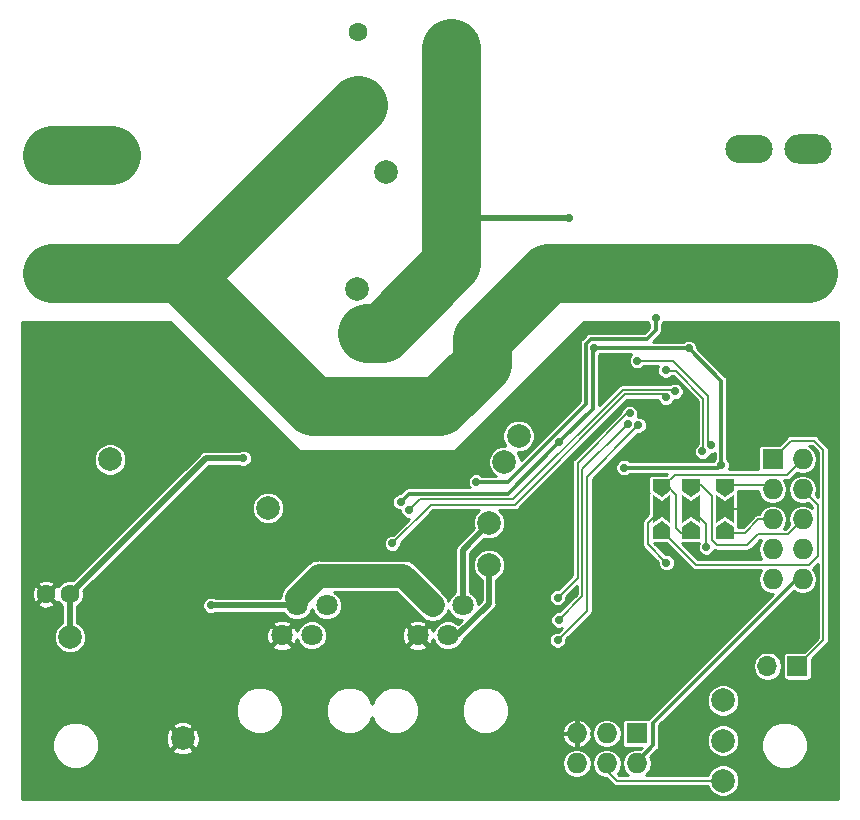
<source format=gbl>
G04 #@! TF.GenerationSoftware,KiCad,Pcbnew,(5.0.2)-1*
G04 #@! TF.CreationDate,2019-05-12T17:51:48+02:00*
G04 #@! TF.ProjectId,MotorDriver,4d6f746f-7244-4726-9976-65722e6b6963,rev?*
G04 #@! TF.SameCoordinates,Original*
G04 #@! TF.FileFunction,Copper,L2,Bot*
G04 #@! TF.FilePolarity,Positive*
%FSLAX46Y46*%
G04 Gerber Fmt 4.6, Leading zero omitted, Abs format (unit mm)*
G04 Created by KiCad (PCBNEW (5.0.2)-1) date 12.05.2019 17:51:48*
%MOMM*%
%LPD*%
G01*
G04 APERTURE LIST*
G04 #@! TA.AperFunction,ComponentPad*
%ADD10C,1.600000*%
G04 #@! TD*
G04 #@! TA.AperFunction,ComponentPad*
%ADD11O,4.000000X2.400000*%
G04 #@! TD*
G04 #@! TA.AperFunction,ComponentPad*
%ADD12O,4.000000X2.500000*%
G04 #@! TD*
G04 #@! TA.AperFunction,ComponentPad*
%ADD13C,1.800000*%
G04 #@! TD*
G04 #@! TA.AperFunction,ComponentPad*
%ADD14O,1.727200X1.727200*%
G04 #@! TD*
G04 #@! TA.AperFunction,ComponentPad*
%ADD15R,1.727200X1.727200*%
G04 #@! TD*
G04 #@! TA.AperFunction,ComponentPad*
%ADD16C,2.000000*%
G04 #@! TD*
G04 #@! TA.AperFunction,SMDPad,CuDef*
%ADD17C,0.300000*%
G04 #@! TD*
G04 #@! TA.AperFunction,Conductor*
%ADD18C,0.100000*%
G04 #@! TD*
G04 #@! TA.AperFunction,Conductor*
%ADD19C,0.300000*%
G04 #@! TD*
G04 #@! TA.AperFunction,ComponentPad*
%ADD20O,1.700000X1.700000*%
G04 #@! TD*
G04 #@! TA.AperFunction,ComponentPad*
%ADD21R,1.700000X1.700000*%
G04 #@! TD*
G04 #@! TA.AperFunction,ViaPad*
%ADD22C,0.700000*%
G04 #@! TD*
G04 #@! TA.AperFunction,Conductor*
%ADD23C,5.000000*%
G04 #@! TD*
G04 #@! TA.AperFunction,Conductor*
%ADD24C,0.500000*%
G04 #@! TD*
G04 #@! TA.AperFunction,Conductor*
%ADD25C,0.200000*%
G04 #@! TD*
G04 #@! TA.AperFunction,Conductor*
%ADD26C,2.000000*%
G04 #@! TD*
G04 #@! TA.AperFunction,Conductor*
%ADD27C,0.300000*%
G04 #@! TD*
G04 #@! TA.AperFunction,Conductor*
%ADD28C,0.250000*%
G04 #@! TD*
G04 APERTURE END LIST*
D10*
G04 #@! TO.P,C22,2*
G04 #@! TO.N,GND*
X102500000Y-122700000D03*
G04 #@! TO.P,C22,1*
G04 #@! TO.N,+12V*
X104500000Y-122700000D03*
G04 #@! TD*
G04 #@! TO.P,C7,2*
G04 #@! TO.N,Net-(C6-Pad2)*
X128900000Y-105800000D03*
G04 #@! TO.P,C7,1*
G04 #@! TO.N,Net-(C6-Pad1)*
X128900000Y-100800000D03*
G04 #@! TD*
G04 #@! TO.P,C6,2*
G04 #@! TO.N,Net-(C6-Pad2)*
X128900000Y-80100000D03*
G04 #@! TO.P,C6,1*
G04 #@! TO.N,Net-(C6-Pad1)*
X128900000Y-75100000D03*
G04 #@! TD*
D11*
G04 #@! TO.P,J2,1*
G04 #@! TO.N,/OUT*
X162000000Y-85000000D03*
D12*
X167000000Y-85000000D03*
G04 #@! TD*
D11*
G04 #@! TO.P,J3,1*
G04 #@! TO.N,Net-(C6-Pad2)*
X162000000Y-95000000D03*
D12*
X167000000Y-95000000D03*
G04 #@! TD*
D11*
G04 #@! TO.P,J1,1*
G04 #@! TO.N,Net-(C6-Pad1)*
X108000000Y-85000000D03*
D12*
X103000000Y-85000000D03*
G04 #@! TD*
D11*
G04 #@! TO.P,J4,1*
G04 #@! TO.N,Net-(C6-Pad2)*
X108000000Y-95000000D03*
D12*
X103000000Y-95000000D03*
G04 #@! TD*
D13*
G04 #@! TO.P,J7,1*
G04 #@! TO.N,GND*
X122460000Y-126200000D03*
G04 #@! TO.P,J7,2*
G04 #@! TO.N,+12V*
X123730000Y-123660000D03*
G04 #@! TO.P,J7,4*
G04 #@! TO.N,/B*
X126270000Y-123660000D03*
G04 #@! TO.P,J7,3*
G04 #@! TO.N,/A*
X125000000Y-126200000D03*
G04 #@! TD*
G04 #@! TO.P,J8,1*
G04 #@! TO.N,GND*
X133960000Y-126200000D03*
G04 #@! TO.P,J8,2*
G04 #@! TO.N,+12V*
X135230000Y-123660000D03*
G04 #@! TO.P,J8,4*
G04 #@! TO.N,/B*
X137770000Y-123660000D03*
G04 #@! TO.P,J8,3*
G04 #@! TO.N,/A*
X136500000Y-126200000D03*
G04 #@! TD*
D14*
G04 #@! TO.P,J6,6*
G04 #@! TO.N,Net-(J6-Pad6)*
X147420000Y-137040000D03*
G04 #@! TO.P,J6,5*
G04 #@! TO.N,GND*
X147420000Y-134500000D03*
G04 #@! TO.P,J6,4*
G04 #@! TO.N,/ENCI*
X149960000Y-137040000D03*
G04 #@! TO.P,J6,3*
G04 #@! TO.N,/ENCA*
X149960000Y-134500000D03*
G04 #@! TO.P,J6,2*
G04 #@! TO.N,+5V*
X152500000Y-137040000D03*
D15*
G04 #@! TO.P,J6,1*
G04 #@! TO.N,/ENCB*
X152500000Y-134500000D03*
G04 #@! TD*
D16*
G04 #@! TO.P,TP15,1*
G04 #@! TO.N,GND*
X114060000Y-134900000D03*
G04 #@! TD*
G04 #@! TO.P,TP8,1*
G04 #@! TO.N,/ENCB*
X159800000Y-131700000D03*
G04 #@! TD*
G04 #@! TO.P,TP1,1*
G04 #@! TO.N,/HIN*
X142500000Y-109300000D03*
G04 #@! TD*
G04 #@! TO.P,TP4,1*
G04 #@! TO.N,/LG*
X128825000Y-96875000D03*
G04 #@! TD*
G04 #@! TO.P,TP7,1*
G04 #@! TO.N,/ENCI*
X159800000Y-138500000D03*
G04 #@! TD*
G04 #@! TO.P,TP9,1*
G04 #@! TO.N,/ENCA*
X159800000Y-135100000D03*
G04 #@! TD*
G04 #@! TO.P,TP10,1*
G04 #@! TO.N,+12V*
X104500000Y-126350000D03*
G04 #@! TD*
G04 #@! TO.P,TP11,1*
G04 #@! TO.N,/B*
X140000000Y-116700000D03*
G04 #@! TD*
G04 #@! TO.P,TP13,1*
G04 #@! TO.N,+5V*
X107900000Y-111300000D03*
G04 #@! TD*
G04 #@! TO.P,TP14,1*
G04 #@! TO.N,+3V3*
X121300000Y-115400000D03*
G04 #@! TD*
G04 #@! TO.P,TP12,1*
G04 #@! TO.N,/A*
X140000000Y-120250000D03*
G04 #@! TD*
G04 #@! TO.P,TP5,1*
G04 #@! TO.N,/HG*
X131300000Y-87000000D03*
G04 #@! TD*
G04 #@! TO.P,TP2,1*
G04 #@! TO.N,/LIN*
X141300000Y-111500000D03*
G04 #@! TD*
D15*
G04 #@! TO.P,J5,1*
G04 #@! TO.N,Net-(J5-Pad1)*
X164000000Y-111300000D03*
D14*
G04 #@! TO.P,J5,2*
G04 #@! TO.N,/2*
X166540000Y-111300000D03*
G04 #@! TO.P,J5,3*
G04 #@! TO.N,Net-(J5-Pad3)*
X164000000Y-113840000D03*
G04 #@! TO.P,J5,4*
G04 #@! TO.N,/4*
X166540000Y-113840000D03*
G04 #@! TO.P,J5,5*
G04 #@! TO.N,Net-(J5-Pad5)*
X164000000Y-116380000D03*
G04 #@! TO.P,J5,6*
G04 #@! TO.N,/6*
X166540000Y-116380000D03*
G04 #@! TO.P,J5,7*
G04 #@! TO.N,Net-(J5-Pad7)*
X164000000Y-118920000D03*
G04 #@! TO.P,J5,8*
G04 #@! TO.N,Net-(J5-Pad8)*
X166540000Y-118920000D03*
G04 #@! TO.P,J5,9*
G04 #@! TO.N,Net-(J5-Pad9)*
X164000000Y-121460000D03*
G04 #@! TO.P,J5,10*
G04 #@! TO.N,+5V*
X166540000Y-121460000D03*
G04 #@! TD*
D17*
G04 #@! TO.P,JP4,1*
G04 #@! TO.N,/2*
X154600000Y-113500000D03*
D18*
G04 #@! TD*
G04 #@! TO.N,/2*
G04 #@! TO.C,JP4*
G36*
X154600000Y-114500000D02*
X153850000Y-114000000D01*
X153850000Y-113000000D01*
X155350000Y-113000000D01*
X155350000Y-114000000D01*
X154600000Y-114500000D01*
X154600000Y-114500000D01*
G37*
D19*
G04 #@! TO.N,/SWDIO*
G04 #@! TO.C,JP4*
X154600000Y-115500000D03*
D18*
G36*
X154600000Y-116200000D02*
X153850000Y-116700000D01*
X153850000Y-114300000D01*
X154600000Y-114800000D01*
X155350000Y-114300000D01*
X155350000Y-116700000D01*
X154600000Y-116200000D01*
X154600000Y-116200000D01*
G37*
D17*
G04 #@! TD*
G04 #@! TO.P,JP4,3*
G04 #@! TO.N,/4*
X154600000Y-117500000D03*
D18*
G04 #@! TO.N,/4*
G04 #@! TO.C,JP4*
G36*
X154600000Y-116500000D02*
X155350000Y-117000000D01*
X155350000Y-118000000D01*
X153850000Y-118000000D01*
X153850000Y-117000000D01*
X154600000Y-116500000D01*
X154600000Y-116500000D01*
G37*
G04 #@! TD*
D17*
G04 #@! TO.P,JP5,3*
G04 #@! TO.N,Net-(J5-Pad5)*
X159950000Y-117500000D03*
D18*
G04 #@! TD*
G04 #@! TO.N,Net-(J5-Pad5)*
G04 #@! TO.C,JP5*
G36*
X159950000Y-116500000D02*
X160700000Y-117000000D01*
X160700000Y-118000000D01*
X159200000Y-118000000D01*
X159200000Y-117000000D01*
X159950000Y-116500000D01*
X159950000Y-116500000D01*
G37*
D19*
G04 #@! TO.N,GND*
G04 #@! TO.C,JP5*
X159950000Y-115500000D03*
D18*
G36*
X159950000Y-116200000D02*
X159200000Y-116700000D01*
X159200000Y-114300000D01*
X159950000Y-114800000D01*
X160700000Y-114300000D01*
X160700000Y-116700000D01*
X159950000Y-116200000D01*
X159950000Y-116200000D01*
G37*
D17*
G04 #@! TD*
G04 #@! TO.P,JP5,1*
G04 #@! TO.N,Net-(J5-Pad3)*
X159950000Y-113500000D03*
D18*
G04 #@! TO.N,Net-(J5-Pad3)*
G04 #@! TO.C,JP5*
G36*
X159950000Y-114500000D02*
X159200000Y-114000000D01*
X159200000Y-113000000D01*
X160700000Y-113000000D01*
X160700000Y-114000000D01*
X159950000Y-114500000D01*
X159950000Y-114500000D01*
G37*
G04 #@! TD*
D17*
G04 #@! TO.P,JP6,1*
G04 #@! TO.N,/6*
X157100000Y-113500000D03*
D18*
G04 #@! TD*
G04 #@! TO.N,/6*
G04 #@! TO.C,JP6*
G36*
X157100000Y-114500000D02*
X156350000Y-114000000D01*
X156350000Y-113000000D01*
X157850000Y-113000000D01*
X157850000Y-114000000D01*
X157100000Y-114500000D01*
X157100000Y-114500000D01*
G37*
D19*
G04 #@! TO.N,/SWCLK*
G04 #@! TO.C,JP6*
X157100000Y-115500000D03*
D18*
G36*
X157100000Y-116200000D02*
X156350000Y-116700000D01*
X156350000Y-114300000D01*
X157100000Y-114800000D01*
X157850000Y-114300000D01*
X157850000Y-116700000D01*
X157100000Y-116200000D01*
X157100000Y-116200000D01*
G37*
D17*
G04 #@! TD*
G04 #@! TO.P,JP6,3*
G04 #@! TO.N,/2*
X157100000Y-117500000D03*
D18*
G04 #@! TO.N,/2*
G04 #@! TO.C,JP6*
G36*
X157100000Y-116500000D02*
X157850000Y-117000000D01*
X157850000Y-118000000D01*
X156350000Y-118000000D01*
X156350000Y-117000000D01*
X157100000Y-116500000D01*
X157100000Y-116500000D01*
G37*
G04 #@! TD*
D20*
G04 #@! TO.P,JP1,2*
G04 #@! TO.N,/RST*
X163560000Y-128800000D03*
D21*
G04 #@! TO.P,JP1,1*
G04 #@! TO.N,Net-(J5-Pad1)*
X166100000Y-128800000D03*
G04 #@! TD*
D22*
G04 #@! TO.N,Net-(C6-Pad1)*
X138700000Y-75425000D03*
X138700000Y-76325000D03*
X138700000Y-77225000D03*
X138700000Y-78125000D03*
X135100000Y-78125000D03*
X135100000Y-77225000D03*
X135100000Y-75425000D03*
X135100000Y-76325000D03*
X136000000Y-78125000D03*
X136900000Y-78125000D03*
X137800000Y-78100000D03*
X137800000Y-77225000D03*
X136900000Y-77225000D03*
X136000000Y-77225000D03*
X136000000Y-75425000D03*
X136900000Y-75425000D03*
X137800000Y-75425000D03*
X137800000Y-76325000D03*
X136000000Y-76325000D03*
X136900000Y-76325000D03*
X146800000Y-90900000D03*
G04 #@! TO.N,GND*
X112800000Y-131600000D03*
X115300000Y-131600000D03*
X115300000Y-129900000D03*
X112800000Y-129900000D03*
X154500000Y-107750000D03*
X152500000Y-118900000D03*
X102000000Y-138500000D03*
X168000000Y-138500000D03*
X154000000Y-125500000D03*
X161900000Y-115500000D03*
X157400000Y-100300000D03*
X102000000Y-102500000D03*
X114800000Y-116500000D03*
X108800000Y-121500000D03*
X130460000Y-125450000D03*
X168000000Y-107500000D03*
X160500000Y-104500000D03*
X121100000Y-108400000D03*
X144750010Y-125700000D03*
X138000000Y-110400000D03*
X146300000Y-112500000D03*
X126000000Y-116700000D03*
X149800000Y-112500000D03*
X147100000Y-101300000D03*
X107000000Y-138500000D03*
X112000000Y-138500000D03*
X117000000Y-138500000D03*
X122000000Y-138500000D03*
X127000000Y-138500000D03*
X132000000Y-138500000D03*
X137000000Y-138500000D03*
X142000000Y-138500000D03*
X163000000Y-138500000D03*
X154000000Y-131500000D03*
X151000000Y-125500000D03*
X151000000Y-122500000D03*
X157000000Y-122500000D03*
X168000000Y-133500000D03*
X168000000Y-128500000D03*
X165000000Y-107500000D03*
X165000000Y-100300000D03*
X161200000Y-100300000D03*
X102000000Y-133500000D03*
X102000000Y-128500000D03*
X102000000Y-118500000D03*
X102000000Y-113500000D03*
X102000000Y-108500000D03*
X102000000Y-103500000D03*
X102000000Y-100500000D03*
X106000000Y-100500000D03*
X110000000Y-100500000D03*
X113000000Y-100500000D03*
X115000000Y-102500000D03*
X118000000Y-105500000D03*
X128000000Y-125500000D03*
X132000000Y-123500000D03*
X122000000Y-121500000D03*
X124000000Y-115500000D03*
X122000000Y-117500000D03*
X130100000Y-110900000D03*
X125800000Y-110900000D03*
X134200000Y-110900000D03*
X144800000Y-103500000D03*
X142600000Y-105500000D03*
X140100000Y-108000000D03*
X138900000Y-122100000D03*
X141800000Y-117800000D03*
X143300000Y-115700000D03*
X144300000Y-121800000D03*
X121100000Y-125000000D03*
X165000000Y-125500000D03*
X140000000Y-125500000D03*
X142000000Y-121500000D03*
X122800000Y-110900000D03*
X153000000Y-100300000D03*
X151000000Y-100300000D03*
X145500000Y-106700000D03*
X146300000Y-117600000D03*
X160500000Y-119450000D03*
G04 #@! TO.N,/TX*
X133200005Y-115599995D03*
X155736463Y-105542289D03*
G04 #@! TO.N,+12V*
X116460000Y-123650000D03*
X119200000Y-111200000D03*
G04 #@! TO.N,+3V3*
X132500000Y-114900000D03*
X151425010Y-112000000D03*
X148900000Y-101874926D03*
X145944978Y-109844986D03*
X156900000Y-101900000D03*
X159650000Y-111750000D03*
G04 #@! TO.N,+5V*
X154100000Y-99300000D03*
X138900010Y-113200000D03*
G04 #@! TO.N,/ENCI*
X145800000Y-126600001D03*
X152643847Y-108405158D03*
G04 #@! TO.N,/ENCA*
X145900000Y-124900000D03*
X151750000Y-108299994D03*
G04 #@! TO.N,/ENCB*
X145800000Y-123000000D03*
X151897216Y-107412109D03*
G04 #@! TO.N,/RX*
X131800000Y-118399992D03*
X154958774Y-106050010D03*
G04 #@! TO.N,/SWDIO*
X155000000Y-120050000D03*
X152537716Y-102943042D03*
X158800000Y-110100000D03*
G04 #@! TO.N,/SWCLK*
X158385196Y-118735196D03*
X154950000Y-103750000D03*
X158067636Y-110623129D03*
G04 #@! TO.N,Net-(C6-Pad2)*
X138100000Y-100800000D03*
X138100000Y-104400000D03*
X138100000Y-101700000D03*
X138100000Y-103500000D03*
X138100000Y-102600000D03*
X139000000Y-100800000D03*
X139000000Y-104400000D03*
X139000000Y-101700000D03*
X139000000Y-103500000D03*
X139000000Y-102600000D03*
X139900000Y-100800000D03*
X139900000Y-102600000D03*
X140800000Y-101700000D03*
X140800000Y-104400000D03*
X140800000Y-103500000D03*
X140800000Y-102600000D03*
X139900000Y-101700000D03*
X139900000Y-103500000D03*
X139900000Y-104400000D03*
X146800000Y-96200000D03*
X140800000Y-100800000D03*
G04 #@! TD*
D23*
G04 #@! TO.N,Net-(C6-Pad1)*
X103000000Y-85500000D02*
X108000000Y-85500000D01*
X136800000Y-89600000D02*
X136800000Y-76500000D01*
D24*
X146800000Y-90900000D02*
X138100000Y-90900000D01*
D23*
X129700000Y-100600000D02*
X130900000Y-100600000D01*
X136800000Y-94700000D02*
X136800000Y-89600000D01*
X130900000Y-100600000D02*
X136800000Y-94700000D01*
D25*
G04 #@! TO.N,GND*
X159950000Y-115500000D02*
X161900000Y-115500000D01*
X161900000Y-115500000D02*
X161900000Y-115500000D01*
G04 #@! TO.N,/TX*
X155594174Y-105400000D02*
X155736463Y-105542289D01*
X142049991Y-114675011D02*
X151325002Y-105400000D01*
X151325002Y-105400000D02*
X155594174Y-105400000D01*
X133200005Y-115599995D02*
X134124989Y-114675011D01*
X134124989Y-114675011D02*
X142049991Y-114675011D01*
D24*
G04 #@! TO.N,/B*
X137770000Y-118930000D02*
X140000000Y-116700000D01*
X137770000Y-123660000D02*
X137770000Y-118930000D01*
G04 #@! TO.N,+12V*
X123730000Y-123560000D02*
X123720000Y-123550000D01*
X116970000Y-123660000D02*
X116970000Y-123660000D01*
X123730000Y-123660000D02*
X116470000Y-123660000D01*
X116470000Y-123660000D02*
X116460000Y-123650000D01*
X104500000Y-124935787D02*
X104500000Y-122700000D01*
X104500000Y-126350000D02*
X104500000Y-124935787D01*
X116000000Y-111200000D02*
X118775736Y-111200000D01*
X104500000Y-122700000D02*
X116000000Y-111200000D01*
X118775736Y-111200000D02*
X119200000Y-111200000D01*
X123730000Y-123660000D02*
X123730000Y-123020000D01*
D26*
X132720000Y-121150000D02*
X135230000Y-123660000D01*
X123730000Y-123020000D02*
X125600000Y-121150000D01*
X125600000Y-121150000D02*
X132720000Y-121150000D01*
D27*
G04 #@! TO.N,+3V3*
X132500000Y-114900000D02*
X132500000Y-114900000D01*
X133200000Y-114200000D02*
X141589964Y-114200000D01*
X145594979Y-110194985D02*
X145944978Y-109844986D01*
X141589964Y-114200000D02*
X145594979Y-110194985D01*
X132500000Y-114900000D02*
X133200000Y-114200000D01*
X146294977Y-109494987D02*
X145944978Y-109844986D01*
X148800000Y-106989964D02*
X146294977Y-109494987D01*
X148900000Y-101874926D02*
X148800000Y-101974926D01*
X148800000Y-101974926D02*
X148800000Y-106989964D01*
X156874926Y-101874926D02*
X156900000Y-101900000D01*
X148900000Y-101874926D02*
X156874926Y-101874926D01*
X156900000Y-101900000D02*
X159650000Y-104650000D01*
X159400000Y-112000000D02*
X159650000Y-111750000D01*
X159650000Y-111255026D02*
X159650000Y-111750000D01*
X159650000Y-104650000D02*
X159650000Y-111255026D01*
X151425010Y-112000000D02*
X159400000Y-112000000D01*
D24*
G04 #@! TO.N,/A*
X136500000Y-126200000D02*
X137300000Y-126200000D01*
X140000000Y-123500000D02*
X140000000Y-120250000D01*
X137300000Y-126200000D02*
X140000000Y-123500000D01*
D27*
G04 #@! TO.N,+5V*
X152500000Y-136900000D02*
X152500000Y-137040000D01*
X153900000Y-133600000D02*
X153900000Y-135500000D01*
X166540000Y-121460000D02*
X166040000Y-121460000D01*
X153900000Y-135500000D02*
X152500000Y-136900000D01*
X166040000Y-121460000D02*
X153900000Y-133600000D01*
X154100000Y-100349828D02*
X154100000Y-99794974D01*
X141600000Y-113200000D02*
X148200000Y-106600000D01*
X138900010Y-113200000D02*
X141600000Y-113200000D01*
X153349828Y-101100000D02*
X154100000Y-100349828D01*
X154100000Y-99794974D02*
X154100000Y-99300000D01*
X148600000Y-101100000D02*
X153349828Y-101100000D01*
X148200000Y-106600000D02*
X148200000Y-101500000D01*
X148200000Y-101500000D02*
X148600000Y-101100000D01*
D25*
G04 #@! TO.N,/ENCI*
X158285787Y-138500000D02*
X159700000Y-138500000D01*
X150800000Y-138500000D02*
X157000000Y-138500000D01*
X149960000Y-137040000D02*
X149960000Y-137660000D01*
X149960000Y-137660000D02*
X150800000Y-138500000D01*
X157000000Y-138500000D02*
X158285787Y-138500000D01*
X148300022Y-112748983D02*
X152293848Y-108755157D01*
X148300022Y-124099978D02*
X148300022Y-112748983D01*
X152293848Y-108755157D02*
X152643847Y-108405158D01*
X145800000Y-126600001D02*
X148300022Y-124099978D01*
G04 #@! TO.N,/ENCA*
X147900000Y-122900000D02*
X147900000Y-112149994D01*
X147900000Y-112149994D02*
X151400001Y-108649993D01*
X151400001Y-108649993D02*
X151750000Y-108299994D01*
X145900000Y-124900000D02*
X147900000Y-122900000D01*
G04 #@! TO.N,/ENCB*
X151687891Y-107412109D02*
X151897216Y-107412109D01*
X145800000Y-123000000D02*
X147499989Y-121300011D01*
X147499989Y-111600011D02*
X151687891Y-107412109D01*
X147499989Y-121300011D02*
X147499989Y-111600011D01*
G04 #@! TO.N,/RX*
X151500000Y-105800000D02*
X154708764Y-105800000D01*
X154708764Y-105800000D02*
X154958774Y-106050010D01*
X142174978Y-115125022D02*
X151500000Y-105800000D01*
X131800000Y-118399992D02*
X135074970Y-115125022D01*
X135074970Y-115125022D02*
X142174978Y-115125022D01*
G04 #@! TO.N,/SWDIO*
X155000000Y-120050000D02*
X155050000Y-120100000D01*
X153450000Y-118500000D02*
X155000000Y-120050000D01*
X153450000Y-116650000D02*
X153450000Y-118500000D01*
X154600000Y-115500000D02*
X153450000Y-116650000D01*
X158550000Y-109850000D02*
X158800000Y-110100000D01*
X158550000Y-105950000D02*
X158550000Y-109850000D01*
X152537716Y-102943042D02*
X155543042Y-102943042D01*
X155543042Y-102943042D02*
X158550000Y-105950000D01*
G04 #@! TO.N,/SWCLK*
X157100000Y-115500000D02*
X158385196Y-116785196D01*
X158385196Y-116785196D02*
X158385196Y-118240222D01*
X158385196Y-118240222D02*
X158385196Y-118735196D01*
X158150000Y-110540765D02*
X158067636Y-110623129D01*
X158150000Y-106150000D02*
X158150000Y-110540765D01*
X155000000Y-103799988D02*
X155799988Y-103799988D01*
X155799988Y-103799988D02*
X158150000Y-106150000D01*
G04 #@! TO.N,Net-(J5-Pad1)*
X165600000Y-109700000D02*
X164000000Y-111300000D01*
X167500000Y-109700000D02*
X165600000Y-109700000D01*
X168300010Y-110500010D02*
X167500000Y-109700000D01*
X166100000Y-128800000D02*
X168300010Y-126599990D01*
X168300010Y-126599990D02*
X168300010Y-110500010D01*
G04 #@! TO.N,Net-(J5-Pad3)*
X163660000Y-113500000D02*
X164000000Y-113840000D01*
X159950000Y-113500000D02*
X163660000Y-113500000D01*
G04 #@! TO.N,Net-(J5-Pad5)*
X160800000Y-117500000D02*
X159950000Y-117500000D01*
X161658686Y-117500000D02*
X160800000Y-117500000D01*
X164000000Y-116380000D02*
X162778686Y-116380000D01*
X162778686Y-116380000D02*
X161658686Y-117500000D01*
D23*
G04 #@! TO.N,Net-(C6-Pad2)*
X113000000Y-95500000D02*
X114700000Y-95500000D01*
X125100000Y-106800000D02*
X135800000Y-106800000D01*
X113800000Y-95500000D02*
X125100000Y-106800000D01*
X139400000Y-103200000D02*
X139400000Y-101100000D01*
X113000000Y-95500000D02*
X113800000Y-95500000D01*
X135800000Y-106800000D02*
X139400000Y-103200000D01*
X145000000Y-95500000D02*
X167000000Y-95500000D01*
X139400000Y-101400000D02*
X139400000Y-101100000D01*
X139400000Y-101100000D02*
X145000000Y-95500000D01*
X103000000Y-95500000D02*
X113000000Y-95500000D01*
X114700000Y-95500000D02*
X128900000Y-81300000D01*
D25*
G04 #@! TO.N,/6*
X157950000Y-113500000D02*
X158874990Y-114424990D01*
X158874990Y-114424990D02*
X158874990Y-118134626D01*
X157100000Y-113500000D02*
X157950000Y-113500000D01*
X165676401Y-117243599D02*
X166540000Y-116380000D01*
X165270000Y-117650000D02*
X165676401Y-117243599D01*
X162750000Y-117650000D02*
X165270000Y-117650000D01*
X161850012Y-118549988D02*
X162750000Y-117650000D01*
X159290352Y-118549988D02*
X161850012Y-118549988D01*
X158874990Y-118134626D02*
X159290352Y-118549988D01*
G04 #@! TO.N,/2*
X155850000Y-114300000D02*
X155050000Y-113500000D01*
X155850000Y-117100000D02*
X155850000Y-114300000D01*
X157100000Y-117500000D02*
X156250000Y-117500000D01*
X155050000Y-113500000D02*
X154600000Y-113500000D01*
X156250000Y-117500000D02*
X155850000Y-117100000D01*
X165676401Y-112163599D02*
X166540000Y-111300000D01*
X165240000Y-112600000D02*
X165676401Y-112163599D01*
X155700000Y-112600000D02*
X165240000Y-112600000D01*
X154600000Y-113500000D02*
X154800000Y-113500000D01*
X154800000Y-113500000D02*
X155700000Y-112600000D01*
G04 #@! TO.N,/4*
X167403599Y-114703599D02*
X166540000Y-113840000D01*
X154800000Y-117500000D02*
X157500000Y-120200000D01*
X157500000Y-120200000D02*
X167100000Y-120200000D01*
X167100000Y-120200000D02*
X167850000Y-119450000D01*
X154600000Y-117500000D02*
X154800000Y-117500000D01*
X167850000Y-119450000D02*
X167850000Y-115150000D01*
X167850000Y-115150000D02*
X167403599Y-114703599D01*
G04 #@! TD*
D28*
G04 #@! TO.N,GND*
G36*
X123911612Y-110588388D02*
X123952165Y-110615485D01*
X124000000Y-110625000D01*
X137000000Y-110625000D01*
X137047835Y-110615485D01*
X137088388Y-110588388D01*
X148051776Y-99625000D01*
X153449884Y-99625000D01*
X153485374Y-99710680D01*
X153575000Y-99800306D01*
X153575000Y-100132366D01*
X153132367Y-100575000D01*
X148651704Y-100575000D01*
X148599999Y-100564715D01*
X148548294Y-100575000D01*
X148395155Y-100605461D01*
X148221496Y-100721496D01*
X148192205Y-100765333D01*
X147865333Y-101092206D01*
X147821497Y-101121496D01*
X147738048Y-101246387D01*
X147705461Y-101295156D01*
X147664715Y-101500000D01*
X147675001Y-101551711D01*
X147675000Y-106382537D01*
X142675000Y-111382539D01*
X142675000Y-111226495D01*
X142465669Y-110721125D01*
X142419544Y-110675000D01*
X142773505Y-110675000D01*
X143278875Y-110465669D01*
X143665669Y-110078875D01*
X143875000Y-109573505D01*
X143875000Y-109026495D01*
X143665669Y-108521125D01*
X143278875Y-108134331D01*
X142773505Y-107925000D01*
X142226495Y-107925000D01*
X141721125Y-108134331D01*
X141334331Y-108521125D01*
X141125000Y-109026495D01*
X141125000Y-109573505D01*
X141334331Y-110078875D01*
X141380456Y-110125000D01*
X141026495Y-110125000D01*
X140521125Y-110334331D01*
X140134331Y-110721125D01*
X139925000Y-111226495D01*
X139925000Y-111773505D01*
X140134331Y-112278875D01*
X140521125Y-112665669D01*
X140543652Y-112675000D01*
X139400316Y-112675000D01*
X139310690Y-112585374D01*
X139044222Y-112475000D01*
X138755798Y-112475000D01*
X138489330Y-112585374D01*
X138285384Y-112789320D01*
X138175010Y-113055788D01*
X138175010Y-113344212D01*
X138285384Y-113610680D01*
X138349704Y-113675000D01*
X133251704Y-113675000D01*
X133199999Y-113664715D01*
X133148294Y-113675000D01*
X132995155Y-113705461D01*
X132821496Y-113821496D01*
X132792205Y-113865333D01*
X132482538Y-114175000D01*
X132355788Y-114175000D01*
X132089320Y-114285374D01*
X131885374Y-114489320D01*
X131775000Y-114755788D01*
X131775000Y-115044212D01*
X131885374Y-115310680D01*
X132089320Y-115514626D01*
X132355788Y-115625000D01*
X132475005Y-115625000D01*
X132475005Y-115744207D01*
X132585379Y-116010675D01*
X132789325Y-116214621D01*
X133055793Y-116324995D01*
X133203246Y-116324995D01*
X131853250Y-117674992D01*
X131655788Y-117674992D01*
X131389320Y-117785366D01*
X131185374Y-117989312D01*
X131075000Y-118255780D01*
X131075000Y-118544204D01*
X131185374Y-118810672D01*
X131389320Y-119014618D01*
X131655788Y-119124992D01*
X131944212Y-119124992D01*
X132210680Y-119014618D01*
X132414626Y-118810672D01*
X132525000Y-118544204D01*
X132525000Y-118346742D01*
X135271721Y-115600022D01*
X139155434Y-115600022D01*
X138834331Y-115921125D01*
X138625000Y-116426495D01*
X138625000Y-116973505D01*
X138688737Y-117127380D01*
X137371588Y-118444530D01*
X137319401Y-118479400D01*
X137272236Y-118549988D01*
X137181263Y-118686138D01*
X137132756Y-118930000D01*
X137145001Y-118991560D01*
X137145000Y-122538833D01*
X137047770Y-122579107D01*
X136689107Y-122937770D01*
X136553430Y-123265324D01*
X136525220Y-123123501D01*
X136298029Y-122783485D01*
X133788030Y-120273487D01*
X133711319Y-120158681D01*
X133256498Y-119854779D01*
X132855422Y-119775000D01*
X132855417Y-119775000D01*
X132720000Y-119748064D01*
X132584583Y-119775000D01*
X125735416Y-119775000D01*
X125599999Y-119748064D01*
X125464582Y-119775000D01*
X125464578Y-119775000D01*
X125063502Y-119854779D01*
X124944483Y-119934305D01*
X124723485Y-120081971D01*
X124723484Y-120081972D01*
X124608681Y-120158681D01*
X124531972Y-120273484D01*
X122661971Y-122143486D01*
X122434780Y-122483502D01*
X122328064Y-123020000D01*
X122331048Y-123035000D01*
X116869777Y-123035000D01*
X116604212Y-122925000D01*
X116315788Y-122925000D01*
X116049320Y-123035374D01*
X115845374Y-123239320D01*
X115735000Y-123505788D01*
X115735000Y-123794212D01*
X115845374Y-124060680D01*
X116049320Y-124264626D01*
X116315788Y-124375000D01*
X116604212Y-124375000D01*
X116821493Y-124285000D01*
X122608833Y-124285000D01*
X122649107Y-124382230D01*
X123007770Y-124740893D01*
X123476387Y-124935000D01*
X123983613Y-124935000D01*
X124452230Y-124740893D01*
X124810893Y-124382230D01*
X125000000Y-123925684D01*
X125189107Y-124382230D01*
X125547770Y-124740893D01*
X126016387Y-124935000D01*
X126523613Y-124935000D01*
X126992230Y-124740893D01*
X127350893Y-124382230D01*
X127545000Y-123913613D01*
X127545000Y-123406387D01*
X127350893Y-122937770D01*
X126992230Y-122579107D01*
X126861604Y-122525000D01*
X132150457Y-122525000D01*
X134353485Y-124728029D01*
X134693501Y-124955220D01*
X135229999Y-125061936D01*
X135766498Y-124955220D01*
X136221319Y-124651319D01*
X136525220Y-124196498D01*
X136553430Y-124054676D01*
X136689107Y-124382230D01*
X137047770Y-124740893D01*
X137516387Y-124935000D01*
X137681118Y-124935000D01*
X137359620Y-125256497D01*
X137222230Y-125119107D01*
X136753613Y-124925000D01*
X136246387Y-124925000D01*
X135777770Y-125119107D01*
X135419107Y-125477770D01*
X135259286Y-125863612D01*
X135095347Y-125467827D01*
X134891575Y-125374491D01*
X134066066Y-126200000D01*
X134891575Y-127025509D01*
X135095347Y-126932173D01*
X135255450Y-126527127D01*
X135419107Y-126922230D01*
X135777770Y-127280893D01*
X136246387Y-127475000D01*
X136753613Y-127475000D01*
X137222230Y-127280893D01*
X137580893Y-126922230D01*
X137671518Y-126703441D01*
X137750600Y-126650600D01*
X137785472Y-126598410D01*
X140398413Y-123985470D01*
X140450600Y-123950600D01*
X140588737Y-123743863D01*
X140593174Y-123721555D01*
X140637244Y-123500000D01*
X140625000Y-123438445D01*
X140625000Y-122855788D01*
X145075000Y-122855788D01*
X145075000Y-123144212D01*
X145185374Y-123410680D01*
X145389320Y-123614626D01*
X145655788Y-123725000D01*
X145944212Y-123725000D01*
X146210680Y-123614626D01*
X146414626Y-123410680D01*
X146525000Y-123144212D01*
X146525000Y-122946750D01*
X147425000Y-122046751D01*
X147425000Y-122703248D01*
X145953250Y-124175000D01*
X145755788Y-124175000D01*
X145489320Y-124285374D01*
X145285374Y-124489320D01*
X145175000Y-124755788D01*
X145175000Y-125044212D01*
X145285374Y-125310680D01*
X145489320Y-125514626D01*
X145755788Y-125625000D01*
X146044212Y-125625000D01*
X146144997Y-125583254D01*
X145853250Y-125875001D01*
X145655788Y-125875001D01*
X145389320Y-125985375D01*
X145185374Y-126189321D01*
X145075000Y-126455789D01*
X145075000Y-126744213D01*
X145185374Y-127010681D01*
X145389320Y-127214627D01*
X145655788Y-127325001D01*
X145944212Y-127325001D01*
X146210680Y-127214627D01*
X146414626Y-127010681D01*
X146525000Y-126744213D01*
X146525000Y-126546752D01*
X148602821Y-124468930D01*
X148642477Y-124442433D01*
X148727478Y-124315220D01*
X148747461Y-124285314D01*
X148753151Y-124256706D01*
X148775022Y-124146757D01*
X148775022Y-124146753D01*
X148784326Y-124099978D01*
X148775022Y-124053204D01*
X148775022Y-112945733D01*
X152590598Y-109130158D01*
X152788059Y-109130158D01*
X153054527Y-109019784D01*
X153258473Y-108815838D01*
X153368847Y-108549370D01*
X153368847Y-108260946D01*
X153258473Y-107994478D01*
X153054527Y-107790532D01*
X152788059Y-107680158D01*
X152570921Y-107680158D01*
X152622216Y-107556321D01*
X152622216Y-107267897D01*
X152511842Y-107001429D01*
X152307896Y-106797483D01*
X152041428Y-106687109D01*
X151753004Y-106687109D01*
X151486536Y-106797483D01*
X151282590Y-107001429D01*
X151180605Y-107247644D01*
X147197192Y-111231058D01*
X147157535Y-111257556D01*
X147131037Y-111297213D01*
X147131036Y-111297214D01*
X147102902Y-111339320D01*
X147052551Y-111414676D01*
X147026597Y-111545156D01*
X147015685Y-111600011D01*
X147024990Y-111646790D01*
X147024989Y-121103259D01*
X145853250Y-122275000D01*
X145655788Y-122275000D01*
X145389320Y-122385374D01*
X145185374Y-122589320D01*
X145075000Y-122855788D01*
X140625000Y-122855788D01*
X140625000Y-121479406D01*
X140778875Y-121415669D01*
X141165669Y-121028875D01*
X141375000Y-120523505D01*
X141375000Y-119976495D01*
X141165669Y-119471125D01*
X140778875Y-119084331D01*
X140273505Y-118875000D01*
X139726495Y-118875000D01*
X139221125Y-119084331D01*
X138834331Y-119471125D01*
X138625000Y-119976495D01*
X138625000Y-120523505D01*
X138834331Y-121028875D01*
X139221125Y-121415669D01*
X139375001Y-121479406D01*
X139375000Y-123241117D01*
X139045000Y-123571117D01*
X139045000Y-123406387D01*
X138850893Y-122937770D01*
X138492230Y-122579107D01*
X138395000Y-122538833D01*
X138395000Y-119188882D01*
X139572620Y-118011263D01*
X139726495Y-118075000D01*
X140273505Y-118075000D01*
X140778875Y-117865669D01*
X141165669Y-117478875D01*
X141375000Y-116973505D01*
X141375000Y-116426495D01*
X141165669Y-115921125D01*
X140844566Y-115600022D01*
X142128204Y-115600022D01*
X142174978Y-115609326D01*
X142221752Y-115600022D01*
X142221757Y-115600022D01*
X142360313Y-115572461D01*
X142517433Y-115467477D01*
X142543933Y-115427817D01*
X151696751Y-106275000D01*
X154267233Y-106275000D01*
X154344148Y-106460690D01*
X154548094Y-106664636D01*
X154814562Y-106775010D01*
X155102986Y-106775010D01*
X155369454Y-106664636D01*
X155573400Y-106460690D01*
X155653509Y-106267289D01*
X155880675Y-106267289D01*
X156147143Y-106156915D01*
X156351089Y-105952969D01*
X156461463Y-105686501D01*
X156461463Y-105398077D01*
X156351089Y-105131609D01*
X156147143Y-104927663D01*
X155880675Y-104817289D01*
X155592251Y-104817289D01*
X155332212Y-104925000D01*
X151371775Y-104925000D01*
X151325001Y-104915696D01*
X151278227Y-104925000D01*
X151278223Y-104925000D01*
X151139667Y-104952561D01*
X151117619Y-104967293D01*
X151022203Y-105031047D01*
X151022201Y-105031049D01*
X150982547Y-105057545D01*
X150956051Y-105097199D01*
X149325000Y-106728250D01*
X149325000Y-102475232D01*
X149400306Y-102399926D01*
X152055526Y-102399926D01*
X151923090Y-102532362D01*
X151812716Y-102798830D01*
X151812716Y-103087254D01*
X151923090Y-103353722D01*
X152127036Y-103557668D01*
X152393504Y-103668042D01*
X152681928Y-103668042D01*
X152948396Y-103557668D01*
X153088022Y-103418042D01*
X154302766Y-103418042D01*
X154225000Y-103605788D01*
X154225000Y-103894212D01*
X154335374Y-104160680D01*
X154539320Y-104364626D01*
X154805788Y-104475000D01*
X155094212Y-104475000D01*
X155360680Y-104364626D01*
X155450318Y-104274988D01*
X155603238Y-104274988D01*
X157675000Y-106346751D01*
X157675001Y-110001029D01*
X157656956Y-110008503D01*
X157453010Y-110212449D01*
X157342636Y-110478917D01*
X157342636Y-110767341D01*
X157453010Y-111033809D01*
X157656956Y-111237755D01*
X157923424Y-111348129D01*
X158211848Y-111348129D01*
X158478316Y-111237755D01*
X158682262Y-111033809D01*
X158768753Y-110825000D01*
X158944212Y-110825000D01*
X159125001Y-110750115D01*
X159125001Y-111203316D01*
X159125000Y-111203321D01*
X159125000Y-111249694D01*
X159035374Y-111339320D01*
X158979174Y-111475000D01*
X151925316Y-111475000D01*
X151835690Y-111385374D01*
X151569222Y-111275000D01*
X151280798Y-111275000D01*
X151014330Y-111385374D01*
X150810384Y-111589320D01*
X150700010Y-111855788D01*
X150700010Y-112144212D01*
X150810384Y-112410680D01*
X151014330Y-112614626D01*
X151280798Y-112725000D01*
X151569222Y-112725000D01*
X151835690Y-112614626D01*
X151925316Y-112525000D01*
X155103249Y-112525000D01*
X155010596Y-112617653D01*
X153850000Y-112617653D01*
X153703682Y-112646757D01*
X153579640Y-112729640D01*
X153496757Y-112853682D01*
X153467653Y-113000000D01*
X153467653Y-114000000D01*
X153475078Y-114074984D01*
X153503549Y-114143517D01*
X153496757Y-114153682D01*
X153467653Y-114300000D01*
X153467653Y-115960597D01*
X153147205Y-116281045D01*
X153107545Y-116307545D01*
X153002561Y-116464666D01*
X152975000Y-116603222D01*
X152975000Y-116603226D01*
X152965696Y-116650000D01*
X152975000Y-116696774D01*
X152975001Y-118453222D01*
X152965696Y-118500000D01*
X153002562Y-118685335D01*
X153067135Y-118781975D01*
X153107546Y-118842455D01*
X153147203Y-118868953D01*
X154275000Y-119996751D01*
X154275000Y-120194212D01*
X154385374Y-120460680D01*
X154589320Y-120664626D01*
X154855788Y-120775000D01*
X155144212Y-120775000D01*
X155410680Y-120664626D01*
X155614626Y-120460680D01*
X155725000Y-120194212D01*
X155725000Y-119905788D01*
X155614626Y-119639320D01*
X155410680Y-119435374D01*
X155144212Y-119325000D01*
X154946751Y-119325000D01*
X154004097Y-118382347D01*
X155010597Y-118382347D01*
X157131047Y-120502798D01*
X157157545Y-120542455D01*
X157197202Y-120568953D01*
X157314664Y-120647439D01*
X157343272Y-120653129D01*
X157453221Y-120675000D01*
X157453225Y-120675000D01*
X157500000Y-120684304D01*
X157546775Y-120675000D01*
X163034870Y-120675000D01*
X162833265Y-120976722D01*
X162737135Y-121460000D01*
X162833265Y-121943278D01*
X163107020Y-122352980D01*
X163516722Y-122626735D01*
X163878012Y-122698600D01*
X164058938Y-122698600D01*
X153565336Y-133192203D01*
X153521496Y-133221496D01*
X153483770Y-133277957D01*
X153363600Y-133254054D01*
X151636400Y-133254054D01*
X151490083Y-133283158D01*
X151366041Y-133366041D01*
X151283158Y-133490083D01*
X151254054Y-133636400D01*
X151254054Y-135363600D01*
X151283158Y-135509917D01*
X151366041Y-135633959D01*
X151490083Y-135716842D01*
X151636400Y-135745946D01*
X152911592Y-135745946D01*
X152817290Y-135840248D01*
X152621988Y-135801400D01*
X152378012Y-135801400D01*
X152016722Y-135873265D01*
X151607020Y-136147020D01*
X151333265Y-136556722D01*
X151237135Y-137040000D01*
X151333265Y-137523278D01*
X151607020Y-137932980D01*
X151744737Y-138025000D01*
X150996752Y-138025000D01*
X150873709Y-137901957D01*
X151126735Y-137523278D01*
X151222865Y-137040000D01*
X151126735Y-136556722D01*
X150852980Y-136147020D01*
X150443278Y-135873265D01*
X150081988Y-135801400D01*
X149838012Y-135801400D01*
X149476722Y-135873265D01*
X149067020Y-136147020D01*
X148793265Y-136556722D01*
X148697135Y-137040000D01*
X148793265Y-137523278D01*
X149067020Y-137932980D01*
X149476722Y-138206735D01*
X149838012Y-138278600D01*
X149906849Y-138278600D01*
X150431049Y-138802801D01*
X150457545Y-138842455D01*
X150497199Y-138868951D01*
X150497201Y-138868953D01*
X150579140Y-138923702D01*
X150614665Y-138947439D01*
X150753221Y-138975000D01*
X150753225Y-138975000D01*
X150799999Y-138984304D01*
X150846773Y-138975000D01*
X158508462Y-138975000D01*
X158634331Y-139278875D01*
X159021125Y-139665669D01*
X159526495Y-139875000D01*
X160073505Y-139875000D01*
X160578875Y-139665669D01*
X160965669Y-139278875D01*
X161175000Y-138773505D01*
X161175000Y-138226495D01*
X160965669Y-137721125D01*
X160578875Y-137334331D01*
X160073505Y-137125000D01*
X159526495Y-137125000D01*
X159021125Y-137334331D01*
X158634331Y-137721125D01*
X158508462Y-138025000D01*
X153255263Y-138025000D01*
X153392980Y-137932980D01*
X153666735Y-137523278D01*
X153762865Y-137040000D01*
X153666735Y-136556722D01*
X153634293Y-136508169D01*
X154234667Y-135907795D01*
X154278504Y-135878504D01*
X154394539Y-135704845D01*
X154399487Y-135679969D01*
X154435285Y-135500000D01*
X154425000Y-135448294D01*
X154425000Y-134826495D01*
X158425000Y-134826495D01*
X158425000Y-135373505D01*
X158634331Y-135878875D01*
X159021125Y-136265669D01*
X159526495Y-136475000D01*
X160073505Y-136475000D01*
X160578875Y-136265669D01*
X160965669Y-135878875D01*
X161175000Y-135373505D01*
X161175000Y-135107148D01*
X163025000Y-135107148D01*
X163025000Y-135892852D01*
X163325675Y-136618748D01*
X163881252Y-137174325D01*
X164607148Y-137475000D01*
X165392852Y-137475000D01*
X166118748Y-137174325D01*
X166674325Y-136618748D01*
X166975000Y-135892852D01*
X166975000Y-135107148D01*
X166674325Y-134381252D01*
X166118748Y-133825675D01*
X165392852Y-133525000D01*
X164607148Y-133525000D01*
X163881252Y-133825675D01*
X163325675Y-134381252D01*
X163025000Y-135107148D01*
X161175000Y-135107148D01*
X161175000Y-134826495D01*
X160965669Y-134321125D01*
X160578875Y-133934331D01*
X160073505Y-133725000D01*
X159526495Y-133725000D01*
X159021125Y-133934331D01*
X158634331Y-134321125D01*
X158425000Y-134826495D01*
X154425000Y-134826495D01*
X154425000Y-133817461D01*
X156815966Y-131426495D01*
X158425000Y-131426495D01*
X158425000Y-131973505D01*
X158634331Y-132478875D01*
X159021125Y-132865669D01*
X159526495Y-133075000D01*
X160073505Y-133075000D01*
X160578875Y-132865669D01*
X160965669Y-132478875D01*
X161175000Y-131973505D01*
X161175000Y-131426495D01*
X160965669Y-130921125D01*
X160578875Y-130534331D01*
X160073505Y-130325000D01*
X159526495Y-130325000D01*
X159021125Y-130534331D01*
X158634331Y-130921125D01*
X158425000Y-131426495D01*
X156815966Y-131426495D01*
X159442461Y-128800000D01*
X162311001Y-128800000D01*
X162406075Y-129277971D01*
X162676824Y-129683176D01*
X163082029Y-129953925D01*
X163439348Y-130025000D01*
X163680652Y-130025000D01*
X164037971Y-129953925D01*
X164443176Y-129683176D01*
X164713925Y-129277971D01*
X164808999Y-128800000D01*
X164713925Y-128322029D01*
X164443176Y-127916824D01*
X164037971Y-127646075D01*
X163680652Y-127575000D01*
X163439348Y-127575000D01*
X163082029Y-127646075D01*
X162676824Y-127916824D01*
X162406075Y-128322029D01*
X162311001Y-128800000D01*
X159442461Y-128800000D01*
X165792365Y-122450097D01*
X166056722Y-122626735D01*
X166418012Y-122698600D01*
X166661988Y-122698600D01*
X167023278Y-122626735D01*
X167432980Y-122352980D01*
X167706735Y-121943278D01*
X167802865Y-121460000D01*
X167706735Y-120976722D01*
X167432980Y-120567020D01*
X167419335Y-120557903D01*
X167442455Y-120542455D01*
X167468954Y-120502796D01*
X167825010Y-120146741D01*
X167825010Y-126403239D01*
X166660596Y-127567654D01*
X165250000Y-127567654D01*
X165103683Y-127596758D01*
X164979641Y-127679641D01*
X164896758Y-127803683D01*
X164867654Y-127950000D01*
X164867654Y-129650000D01*
X164896758Y-129796317D01*
X164979641Y-129920359D01*
X165103683Y-130003242D01*
X165250000Y-130032346D01*
X166950000Y-130032346D01*
X167096317Y-130003242D01*
X167220359Y-129920359D01*
X167303242Y-129796317D01*
X167332346Y-129650000D01*
X167332346Y-128239404D01*
X168602809Y-126968942D01*
X168642465Y-126942445D01*
X168747449Y-126785325D01*
X168775010Y-126646769D01*
X168775010Y-126646764D01*
X168784314Y-126599990D01*
X168775010Y-126553216D01*
X168775010Y-110546784D01*
X168784314Y-110500010D01*
X168775010Y-110453236D01*
X168775010Y-110453231D01*
X168747449Y-110314675D01*
X168642465Y-110157555D01*
X168602808Y-110131057D01*
X167868955Y-109397204D01*
X167842455Y-109357545D01*
X167685335Y-109252561D01*
X167546779Y-109225000D01*
X167546774Y-109225000D01*
X167500000Y-109215696D01*
X167453226Y-109225000D01*
X165646774Y-109225000D01*
X165600000Y-109215696D01*
X165553226Y-109225000D01*
X165553221Y-109225000D01*
X165414665Y-109252561D01*
X165257545Y-109357545D01*
X165231047Y-109397202D01*
X164574195Y-110054054D01*
X163136400Y-110054054D01*
X162990083Y-110083158D01*
X162866041Y-110166041D01*
X162783158Y-110290083D01*
X162754054Y-110436400D01*
X162754054Y-112125000D01*
X160279405Y-112125000D01*
X160375000Y-111894212D01*
X160375000Y-111605788D01*
X160264626Y-111339320D01*
X160175000Y-111249694D01*
X160175000Y-104701704D01*
X160185285Y-104649999D01*
X160175000Y-104598294D01*
X160144539Y-104445155D01*
X160028504Y-104271496D01*
X159984668Y-104242206D01*
X157625000Y-101882539D01*
X157625000Y-101755788D01*
X157514626Y-101489320D01*
X157310680Y-101285374D01*
X157044212Y-101175000D01*
X156755788Y-101175000D01*
X156489320Y-101285374D01*
X156424768Y-101349926D01*
X153842363Y-101349926D01*
X154434668Y-100757622D01*
X154478504Y-100728332D01*
X154594539Y-100554673D01*
X154625000Y-100401534D01*
X154625000Y-100401533D01*
X154635285Y-100349829D01*
X154625000Y-100298124D01*
X154625000Y-99800306D01*
X154714626Y-99710680D01*
X154750116Y-99625000D01*
X169550001Y-99625000D01*
X169550000Y-140050000D01*
X100450000Y-140050000D01*
X100450000Y-135107148D01*
X103025000Y-135107148D01*
X103025000Y-135892852D01*
X103325675Y-136618748D01*
X103881252Y-137174325D01*
X104607148Y-137475000D01*
X105392852Y-137475000D01*
X106118748Y-137174325D01*
X106253073Y-137040000D01*
X146157135Y-137040000D01*
X146253265Y-137523278D01*
X146527020Y-137932980D01*
X146936722Y-138206735D01*
X147298012Y-138278600D01*
X147541988Y-138278600D01*
X147903278Y-138206735D01*
X148312980Y-137932980D01*
X148586735Y-137523278D01*
X148682865Y-137040000D01*
X148586735Y-136556722D01*
X148312980Y-136147020D01*
X147903278Y-135873265D01*
X147541988Y-135801400D01*
X147298012Y-135801400D01*
X146936722Y-135873265D01*
X146527020Y-136147020D01*
X146253265Y-136556722D01*
X146157135Y-137040000D01*
X106253073Y-137040000D01*
X106674325Y-136618748D01*
X106970468Y-135903793D01*
X113162273Y-135903793D01*
X113267812Y-136117951D01*
X113794204Y-136328397D01*
X114361060Y-136321383D01*
X114852188Y-136117951D01*
X114957727Y-135903793D01*
X114060000Y-135006066D01*
X113162273Y-135903793D01*
X106970468Y-135903793D01*
X106975000Y-135892852D01*
X106975000Y-135107148D01*
X106779101Y-134634204D01*
X112631603Y-134634204D01*
X112638617Y-135201060D01*
X112842049Y-135692188D01*
X113056207Y-135797727D01*
X113953934Y-134900000D01*
X114166066Y-134900000D01*
X115063793Y-135797727D01*
X115277951Y-135692188D01*
X115488397Y-135165796D01*
X115483566Y-134775317D01*
X146161149Y-134775317D01*
X146362333Y-135236101D01*
X146724537Y-135584820D01*
X147144684Y-135758845D01*
X147345000Y-135679969D01*
X147345000Y-134575000D01*
X146239828Y-134575000D01*
X146161149Y-134775317D01*
X115483566Y-134775317D01*
X115481383Y-134598940D01*
X115277951Y-134107812D01*
X115063793Y-134002273D01*
X114166066Y-134900000D01*
X113953934Y-134900000D01*
X113056207Y-134002273D01*
X112842049Y-134107812D01*
X112631603Y-134634204D01*
X106779101Y-134634204D01*
X106674325Y-134381252D01*
X106189280Y-133896207D01*
X113162273Y-133896207D01*
X114060000Y-134793934D01*
X114957727Y-133896207D01*
X114852188Y-133682049D01*
X114325796Y-133471603D01*
X113758940Y-133478617D01*
X113267812Y-133682049D01*
X113162273Y-133896207D01*
X106189280Y-133896207D01*
X106118748Y-133825675D01*
X105392852Y-133525000D01*
X104607148Y-133525000D01*
X103881252Y-133825675D01*
X103325675Y-134381252D01*
X103025000Y-135107148D01*
X100450000Y-135107148D01*
X100450000Y-132152175D01*
X118550000Y-132152175D01*
X118550000Y-132947825D01*
X118854482Y-133682909D01*
X119417091Y-134245518D01*
X120152175Y-134550000D01*
X120947825Y-134550000D01*
X121682909Y-134245518D01*
X122245518Y-133682909D01*
X122550000Y-132947825D01*
X122550000Y-132152175D01*
X126170000Y-132152175D01*
X126170000Y-132947825D01*
X126474482Y-133682909D01*
X127037091Y-134245518D01*
X127772175Y-134550000D01*
X128567825Y-134550000D01*
X129302909Y-134245518D01*
X129865518Y-133682909D01*
X130110000Y-133092678D01*
X130354482Y-133682909D01*
X130917091Y-134245518D01*
X131652175Y-134550000D01*
X132447825Y-134550000D01*
X133182909Y-134245518D01*
X133745518Y-133682909D01*
X134050000Y-132947825D01*
X134050000Y-132152175D01*
X137670000Y-132152175D01*
X137670000Y-132947825D01*
X137974482Y-133682909D01*
X138537091Y-134245518D01*
X139272175Y-134550000D01*
X140067825Y-134550000D01*
X140802909Y-134245518D01*
X140823744Y-134224683D01*
X146161149Y-134224683D01*
X146239828Y-134425000D01*
X147345000Y-134425000D01*
X147345000Y-133320031D01*
X147495000Y-133320031D01*
X147495000Y-134425000D01*
X147515000Y-134425000D01*
X147515000Y-134575000D01*
X147495000Y-134575000D01*
X147495000Y-135679969D01*
X147695316Y-135758845D01*
X148115463Y-135584820D01*
X148477667Y-135236101D01*
X148678851Y-134775317D01*
X148600173Y-134575002D01*
X148708600Y-134575002D01*
X148708600Y-134557638D01*
X148793265Y-134983278D01*
X149067020Y-135392980D01*
X149476722Y-135666735D01*
X149838012Y-135738600D01*
X150081988Y-135738600D01*
X150443278Y-135666735D01*
X150852980Y-135392980D01*
X151126735Y-134983278D01*
X151222865Y-134500000D01*
X151126735Y-134016722D01*
X150852980Y-133607020D01*
X150443278Y-133333265D01*
X150081988Y-133261400D01*
X149838012Y-133261400D01*
X149476722Y-133333265D01*
X149067020Y-133607020D01*
X148793265Y-134016722D01*
X148708600Y-134442362D01*
X148708600Y-134424998D01*
X148600173Y-134424998D01*
X148678851Y-134224683D01*
X148477667Y-133763899D01*
X148115463Y-133415180D01*
X147695316Y-133241155D01*
X147495000Y-133320031D01*
X147345000Y-133320031D01*
X147144684Y-133241155D01*
X146724537Y-133415180D01*
X146362333Y-133763899D01*
X146161149Y-134224683D01*
X140823744Y-134224683D01*
X141365518Y-133682909D01*
X141670000Y-132947825D01*
X141670000Y-132152175D01*
X141365518Y-131417091D01*
X140802909Y-130854482D01*
X140067825Y-130550000D01*
X139272175Y-130550000D01*
X138537091Y-130854482D01*
X137974482Y-131417091D01*
X137670000Y-132152175D01*
X134050000Y-132152175D01*
X133745518Y-131417091D01*
X133182909Y-130854482D01*
X132447825Y-130550000D01*
X131652175Y-130550000D01*
X130917091Y-130854482D01*
X130354482Y-131417091D01*
X130110000Y-132007322D01*
X129865518Y-131417091D01*
X129302909Y-130854482D01*
X128567825Y-130550000D01*
X127772175Y-130550000D01*
X127037091Y-130854482D01*
X126474482Y-131417091D01*
X126170000Y-132152175D01*
X122550000Y-132152175D01*
X122245518Y-131417091D01*
X121682909Y-130854482D01*
X120947825Y-130550000D01*
X120152175Y-130550000D01*
X119417091Y-130854482D01*
X118854482Y-131417091D01*
X118550000Y-132152175D01*
X100450000Y-132152175D01*
X100450000Y-123559336D01*
X101746730Y-123559336D01*
X101827858Y-123752722D01*
X102281882Y-123929806D01*
X102769111Y-123919662D01*
X103172142Y-123752722D01*
X103253270Y-123559336D01*
X102500000Y-122806066D01*
X101746730Y-123559336D01*
X100450000Y-123559336D01*
X100450000Y-122481882D01*
X101270194Y-122481882D01*
X101280338Y-122969111D01*
X101447278Y-123372142D01*
X101640664Y-123453270D01*
X102393934Y-122700000D01*
X102606066Y-122700000D01*
X103359336Y-123453270D01*
X103522936Y-123384637D01*
X103834416Y-123696117D01*
X103875001Y-123712928D01*
X103875000Y-124997341D01*
X103875001Y-124997346D01*
X103875001Y-125120594D01*
X103721125Y-125184331D01*
X103334331Y-125571125D01*
X103125000Y-126076495D01*
X103125000Y-126623505D01*
X103334331Y-127128875D01*
X103721125Y-127515669D01*
X104226495Y-127725000D01*
X104773505Y-127725000D01*
X105278875Y-127515669D01*
X105662969Y-127131575D01*
X121634491Y-127131575D01*
X121727827Y-127335347D01*
X122218039Y-127529114D01*
X122745087Y-127520536D01*
X123192173Y-127335347D01*
X123285509Y-127131575D01*
X122460000Y-126306066D01*
X121634491Y-127131575D01*
X105662969Y-127131575D01*
X105665669Y-127128875D01*
X105875000Y-126623505D01*
X105875000Y-126076495D01*
X105825934Y-125958039D01*
X121130886Y-125958039D01*
X121139464Y-126485087D01*
X121324653Y-126932173D01*
X121528425Y-127025509D01*
X122353934Y-126200000D01*
X122566066Y-126200000D01*
X123391575Y-127025509D01*
X123595347Y-126932173D01*
X123755450Y-126527127D01*
X123919107Y-126922230D01*
X124277770Y-127280893D01*
X124746387Y-127475000D01*
X125253613Y-127475000D01*
X125722230Y-127280893D01*
X125871548Y-127131575D01*
X133134491Y-127131575D01*
X133227827Y-127335347D01*
X133718039Y-127529114D01*
X134245087Y-127520536D01*
X134692173Y-127335347D01*
X134785509Y-127131575D01*
X133960000Y-126306066D01*
X133134491Y-127131575D01*
X125871548Y-127131575D01*
X126080893Y-126922230D01*
X126275000Y-126453613D01*
X126275000Y-125958039D01*
X132630886Y-125958039D01*
X132639464Y-126485087D01*
X132824653Y-126932173D01*
X133028425Y-127025509D01*
X133853934Y-126200000D01*
X133028425Y-125374491D01*
X132824653Y-125467827D01*
X132630886Y-125958039D01*
X126275000Y-125958039D01*
X126275000Y-125946387D01*
X126080893Y-125477770D01*
X125871548Y-125268425D01*
X133134491Y-125268425D01*
X133960000Y-126093934D01*
X134785509Y-125268425D01*
X134692173Y-125064653D01*
X134201961Y-124870886D01*
X133674913Y-124879464D01*
X133227827Y-125064653D01*
X133134491Y-125268425D01*
X125871548Y-125268425D01*
X125722230Y-125119107D01*
X125253613Y-124925000D01*
X124746387Y-124925000D01*
X124277770Y-125119107D01*
X123919107Y-125477770D01*
X123759286Y-125863612D01*
X123595347Y-125467827D01*
X123391575Y-125374491D01*
X122566066Y-126200000D01*
X122353934Y-126200000D01*
X121528425Y-125374491D01*
X121324653Y-125467827D01*
X121130886Y-125958039D01*
X105825934Y-125958039D01*
X105665669Y-125571125D01*
X105362969Y-125268425D01*
X121634491Y-125268425D01*
X122460000Y-126093934D01*
X123285509Y-125268425D01*
X123192173Y-125064653D01*
X122701961Y-124870886D01*
X122174913Y-124879464D01*
X121727827Y-125064653D01*
X121634491Y-125268425D01*
X105362969Y-125268425D01*
X105278875Y-125184331D01*
X105125000Y-125120594D01*
X105125000Y-123712927D01*
X105165584Y-123696117D01*
X105496117Y-123365584D01*
X105675000Y-122933722D01*
X105675000Y-122466278D01*
X105658189Y-122425693D01*
X112957387Y-115126495D01*
X119925000Y-115126495D01*
X119925000Y-115673505D01*
X120134331Y-116178875D01*
X120521125Y-116565669D01*
X121026495Y-116775000D01*
X121573505Y-116775000D01*
X122078875Y-116565669D01*
X122465669Y-116178875D01*
X122675000Y-115673505D01*
X122675000Y-115126495D01*
X122465669Y-114621125D01*
X122078875Y-114234331D01*
X121573505Y-114025000D01*
X121026495Y-114025000D01*
X120521125Y-114234331D01*
X120134331Y-114621125D01*
X119925000Y-115126495D01*
X112957387Y-115126495D01*
X116258883Y-111825000D01*
X118814365Y-111825000D01*
X119055788Y-111925000D01*
X119344212Y-111925000D01*
X119610680Y-111814626D01*
X119814626Y-111610680D01*
X119925000Y-111344212D01*
X119925000Y-111055788D01*
X119814626Y-110789320D01*
X119610680Y-110585374D01*
X119344212Y-110475000D01*
X119055788Y-110475000D01*
X118814365Y-110575000D01*
X116061555Y-110575000D01*
X116000000Y-110562756D01*
X115798799Y-110602777D01*
X115756137Y-110611263D01*
X115549400Y-110749400D01*
X115514529Y-110801588D01*
X104774307Y-121541811D01*
X104733722Y-121525000D01*
X104266278Y-121525000D01*
X103834416Y-121703883D01*
X103522936Y-122015363D01*
X103359336Y-121946730D01*
X102606066Y-122700000D01*
X102393934Y-122700000D01*
X101640664Y-121946730D01*
X101447278Y-122027858D01*
X101270194Y-122481882D01*
X100450000Y-122481882D01*
X100450000Y-121840664D01*
X101746730Y-121840664D01*
X102500000Y-122593934D01*
X103253270Y-121840664D01*
X103172142Y-121647278D01*
X102718118Y-121470194D01*
X102230889Y-121480338D01*
X101827858Y-121647278D01*
X101746730Y-121840664D01*
X100450000Y-121840664D01*
X100450000Y-111026495D01*
X106525000Y-111026495D01*
X106525000Y-111573505D01*
X106734331Y-112078875D01*
X107121125Y-112465669D01*
X107626495Y-112675000D01*
X108173505Y-112675000D01*
X108678875Y-112465669D01*
X109065669Y-112078875D01*
X109275000Y-111573505D01*
X109275000Y-111026495D01*
X109065669Y-110521125D01*
X108678875Y-110134331D01*
X108173505Y-109925000D01*
X107626495Y-109925000D01*
X107121125Y-110134331D01*
X106734331Y-110521125D01*
X106525000Y-111026495D01*
X100450000Y-111026495D01*
X100450000Y-99625000D01*
X112948224Y-99625000D01*
X123911612Y-110588388D01*
X123911612Y-110588388D01*
G37*
X123911612Y-110588388D02*
X123952165Y-110615485D01*
X124000000Y-110625000D01*
X137000000Y-110625000D01*
X137047835Y-110615485D01*
X137088388Y-110588388D01*
X148051776Y-99625000D01*
X153449884Y-99625000D01*
X153485374Y-99710680D01*
X153575000Y-99800306D01*
X153575000Y-100132366D01*
X153132367Y-100575000D01*
X148651704Y-100575000D01*
X148599999Y-100564715D01*
X148548294Y-100575000D01*
X148395155Y-100605461D01*
X148221496Y-100721496D01*
X148192205Y-100765333D01*
X147865333Y-101092206D01*
X147821497Y-101121496D01*
X147738048Y-101246387D01*
X147705461Y-101295156D01*
X147664715Y-101500000D01*
X147675001Y-101551711D01*
X147675000Y-106382537D01*
X142675000Y-111382539D01*
X142675000Y-111226495D01*
X142465669Y-110721125D01*
X142419544Y-110675000D01*
X142773505Y-110675000D01*
X143278875Y-110465669D01*
X143665669Y-110078875D01*
X143875000Y-109573505D01*
X143875000Y-109026495D01*
X143665669Y-108521125D01*
X143278875Y-108134331D01*
X142773505Y-107925000D01*
X142226495Y-107925000D01*
X141721125Y-108134331D01*
X141334331Y-108521125D01*
X141125000Y-109026495D01*
X141125000Y-109573505D01*
X141334331Y-110078875D01*
X141380456Y-110125000D01*
X141026495Y-110125000D01*
X140521125Y-110334331D01*
X140134331Y-110721125D01*
X139925000Y-111226495D01*
X139925000Y-111773505D01*
X140134331Y-112278875D01*
X140521125Y-112665669D01*
X140543652Y-112675000D01*
X139400316Y-112675000D01*
X139310690Y-112585374D01*
X139044222Y-112475000D01*
X138755798Y-112475000D01*
X138489330Y-112585374D01*
X138285384Y-112789320D01*
X138175010Y-113055788D01*
X138175010Y-113344212D01*
X138285384Y-113610680D01*
X138349704Y-113675000D01*
X133251704Y-113675000D01*
X133199999Y-113664715D01*
X133148294Y-113675000D01*
X132995155Y-113705461D01*
X132821496Y-113821496D01*
X132792205Y-113865333D01*
X132482538Y-114175000D01*
X132355788Y-114175000D01*
X132089320Y-114285374D01*
X131885374Y-114489320D01*
X131775000Y-114755788D01*
X131775000Y-115044212D01*
X131885374Y-115310680D01*
X132089320Y-115514626D01*
X132355788Y-115625000D01*
X132475005Y-115625000D01*
X132475005Y-115744207D01*
X132585379Y-116010675D01*
X132789325Y-116214621D01*
X133055793Y-116324995D01*
X133203246Y-116324995D01*
X131853250Y-117674992D01*
X131655788Y-117674992D01*
X131389320Y-117785366D01*
X131185374Y-117989312D01*
X131075000Y-118255780D01*
X131075000Y-118544204D01*
X131185374Y-118810672D01*
X131389320Y-119014618D01*
X131655788Y-119124992D01*
X131944212Y-119124992D01*
X132210680Y-119014618D01*
X132414626Y-118810672D01*
X132525000Y-118544204D01*
X132525000Y-118346742D01*
X135271721Y-115600022D01*
X139155434Y-115600022D01*
X138834331Y-115921125D01*
X138625000Y-116426495D01*
X138625000Y-116973505D01*
X138688737Y-117127380D01*
X137371588Y-118444530D01*
X137319401Y-118479400D01*
X137272236Y-118549988D01*
X137181263Y-118686138D01*
X137132756Y-118930000D01*
X137145001Y-118991560D01*
X137145000Y-122538833D01*
X137047770Y-122579107D01*
X136689107Y-122937770D01*
X136553430Y-123265324D01*
X136525220Y-123123501D01*
X136298029Y-122783485D01*
X133788030Y-120273487D01*
X133711319Y-120158681D01*
X133256498Y-119854779D01*
X132855422Y-119775000D01*
X132855417Y-119775000D01*
X132720000Y-119748064D01*
X132584583Y-119775000D01*
X125735416Y-119775000D01*
X125599999Y-119748064D01*
X125464582Y-119775000D01*
X125464578Y-119775000D01*
X125063502Y-119854779D01*
X124944483Y-119934305D01*
X124723485Y-120081971D01*
X124723484Y-120081972D01*
X124608681Y-120158681D01*
X124531972Y-120273484D01*
X122661971Y-122143486D01*
X122434780Y-122483502D01*
X122328064Y-123020000D01*
X122331048Y-123035000D01*
X116869777Y-123035000D01*
X116604212Y-122925000D01*
X116315788Y-122925000D01*
X116049320Y-123035374D01*
X115845374Y-123239320D01*
X115735000Y-123505788D01*
X115735000Y-123794212D01*
X115845374Y-124060680D01*
X116049320Y-124264626D01*
X116315788Y-124375000D01*
X116604212Y-124375000D01*
X116821493Y-124285000D01*
X122608833Y-124285000D01*
X122649107Y-124382230D01*
X123007770Y-124740893D01*
X123476387Y-124935000D01*
X123983613Y-124935000D01*
X124452230Y-124740893D01*
X124810893Y-124382230D01*
X125000000Y-123925684D01*
X125189107Y-124382230D01*
X125547770Y-124740893D01*
X126016387Y-124935000D01*
X126523613Y-124935000D01*
X126992230Y-124740893D01*
X127350893Y-124382230D01*
X127545000Y-123913613D01*
X127545000Y-123406387D01*
X127350893Y-122937770D01*
X126992230Y-122579107D01*
X126861604Y-122525000D01*
X132150457Y-122525000D01*
X134353485Y-124728029D01*
X134693501Y-124955220D01*
X135229999Y-125061936D01*
X135766498Y-124955220D01*
X136221319Y-124651319D01*
X136525220Y-124196498D01*
X136553430Y-124054676D01*
X136689107Y-124382230D01*
X137047770Y-124740893D01*
X137516387Y-124935000D01*
X137681118Y-124935000D01*
X137359620Y-125256497D01*
X137222230Y-125119107D01*
X136753613Y-124925000D01*
X136246387Y-124925000D01*
X135777770Y-125119107D01*
X135419107Y-125477770D01*
X135259286Y-125863612D01*
X135095347Y-125467827D01*
X134891575Y-125374491D01*
X134066066Y-126200000D01*
X134891575Y-127025509D01*
X135095347Y-126932173D01*
X135255450Y-126527127D01*
X135419107Y-126922230D01*
X135777770Y-127280893D01*
X136246387Y-127475000D01*
X136753613Y-127475000D01*
X137222230Y-127280893D01*
X137580893Y-126922230D01*
X137671518Y-126703441D01*
X137750600Y-126650600D01*
X137785472Y-126598410D01*
X140398413Y-123985470D01*
X140450600Y-123950600D01*
X140588737Y-123743863D01*
X140593174Y-123721555D01*
X140637244Y-123500000D01*
X140625000Y-123438445D01*
X140625000Y-122855788D01*
X145075000Y-122855788D01*
X145075000Y-123144212D01*
X145185374Y-123410680D01*
X145389320Y-123614626D01*
X145655788Y-123725000D01*
X145944212Y-123725000D01*
X146210680Y-123614626D01*
X146414626Y-123410680D01*
X146525000Y-123144212D01*
X146525000Y-122946750D01*
X147425000Y-122046751D01*
X147425000Y-122703248D01*
X145953250Y-124175000D01*
X145755788Y-124175000D01*
X145489320Y-124285374D01*
X145285374Y-124489320D01*
X145175000Y-124755788D01*
X145175000Y-125044212D01*
X145285374Y-125310680D01*
X145489320Y-125514626D01*
X145755788Y-125625000D01*
X146044212Y-125625000D01*
X146144997Y-125583254D01*
X145853250Y-125875001D01*
X145655788Y-125875001D01*
X145389320Y-125985375D01*
X145185374Y-126189321D01*
X145075000Y-126455789D01*
X145075000Y-126744213D01*
X145185374Y-127010681D01*
X145389320Y-127214627D01*
X145655788Y-127325001D01*
X145944212Y-127325001D01*
X146210680Y-127214627D01*
X146414626Y-127010681D01*
X146525000Y-126744213D01*
X146525000Y-126546752D01*
X148602821Y-124468930D01*
X148642477Y-124442433D01*
X148727478Y-124315220D01*
X148747461Y-124285314D01*
X148753151Y-124256706D01*
X148775022Y-124146757D01*
X148775022Y-124146753D01*
X148784326Y-124099978D01*
X148775022Y-124053204D01*
X148775022Y-112945733D01*
X152590598Y-109130158D01*
X152788059Y-109130158D01*
X153054527Y-109019784D01*
X153258473Y-108815838D01*
X153368847Y-108549370D01*
X153368847Y-108260946D01*
X153258473Y-107994478D01*
X153054527Y-107790532D01*
X152788059Y-107680158D01*
X152570921Y-107680158D01*
X152622216Y-107556321D01*
X152622216Y-107267897D01*
X152511842Y-107001429D01*
X152307896Y-106797483D01*
X152041428Y-106687109D01*
X151753004Y-106687109D01*
X151486536Y-106797483D01*
X151282590Y-107001429D01*
X151180605Y-107247644D01*
X147197192Y-111231058D01*
X147157535Y-111257556D01*
X147131037Y-111297213D01*
X147131036Y-111297214D01*
X147102902Y-111339320D01*
X147052551Y-111414676D01*
X147026597Y-111545156D01*
X147015685Y-111600011D01*
X147024990Y-111646790D01*
X147024989Y-121103259D01*
X145853250Y-122275000D01*
X145655788Y-122275000D01*
X145389320Y-122385374D01*
X145185374Y-122589320D01*
X145075000Y-122855788D01*
X140625000Y-122855788D01*
X140625000Y-121479406D01*
X140778875Y-121415669D01*
X141165669Y-121028875D01*
X141375000Y-120523505D01*
X141375000Y-119976495D01*
X141165669Y-119471125D01*
X140778875Y-119084331D01*
X140273505Y-118875000D01*
X139726495Y-118875000D01*
X139221125Y-119084331D01*
X138834331Y-119471125D01*
X138625000Y-119976495D01*
X138625000Y-120523505D01*
X138834331Y-121028875D01*
X139221125Y-121415669D01*
X139375001Y-121479406D01*
X139375000Y-123241117D01*
X139045000Y-123571117D01*
X139045000Y-123406387D01*
X138850893Y-122937770D01*
X138492230Y-122579107D01*
X138395000Y-122538833D01*
X138395000Y-119188882D01*
X139572620Y-118011263D01*
X139726495Y-118075000D01*
X140273505Y-118075000D01*
X140778875Y-117865669D01*
X141165669Y-117478875D01*
X141375000Y-116973505D01*
X141375000Y-116426495D01*
X141165669Y-115921125D01*
X140844566Y-115600022D01*
X142128204Y-115600022D01*
X142174978Y-115609326D01*
X142221752Y-115600022D01*
X142221757Y-115600022D01*
X142360313Y-115572461D01*
X142517433Y-115467477D01*
X142543933Y-115427817D01*
X151696751Y-106275000D01*
X154267233Y-106275000D01*
X154344148Y-106460690D01*
X154548094Y-106664636D01*
X154814562Y-106775010D01*
X155102986Y-106775010D01*
X155369454Y-106664636D01*
X155573400Y-106460690D01*
X155653509Y-106267289D01*
X155880675Y-106267289D01*
X156147143Y-106156915D01*
X156351089Y-105952969D01*
X156461463Y-105686501D01*
X156461463Y-105398077D01*
X156351089Y-105131609D01*
X156147143Y-104927663D01*
X155880675Y-104817289D01*
X155592251Y-104817289D01*
X155332212Y-104925000D01*
X151371775Y-104925000D01*
X151325001Y-104915696D01*
X151278227Y-104925000D01*
X151278223Y-104925000D01*
X151139667Y-104952561D01*
X151117619Y-104967293D01*
X151022203Y-105031047D01*
X151022201Y-105031049D01*
X150982547Y-105057545D01*
X150956051Y-105097199D01*
X149325000Y-106728250D01*
X149325000Y-102475232D01*
X149400306Y-102399926D01*
X152055526Y-102399926D01*
X151923090Y-102532362D01*
X151812716Y-102798830D01*
X151812716Y-103087254D01*
X151923090Y-103353722D01*
X152127036Y-103557668D01*
X152393504Y-103668042D01*
X152681928Y-103668042D01*
X152948396Y-103557668D01*
X153088022Y-103418042D01*
X154302766Y-103418042D01*
X154225000Y-103605788D01*
X154225000Y-103894212D01*
X154335374Y-104160680D01*
X154539320Y-104364626D01*
X154805788Y-104475000D01*
X155094212Y-104475000D01*
X155360680Y-104364626D01*
X155450318Y-104274988D01*
X155603238Y-104274988D01*
X157675000Y-106346751D01*
X157675001Y-110001029D01*
X157656956Y-110008503D01*
X157453010Y-110212449D01*
X157342636Y-110478917D01*
X157342636Y-110767341D01*
X157453010Y-111033809D01*
X157656956Y-111237755D01*
X157923424Y-111348129D01*
X158211848Y-111348129D01*
X158478316Y-111237755D01*
X158682262Y-111033809D01*
X158768753Y-110825000D01*
X158944212Y-110825000D01*
X159125001Y-110750115D01*
X159125001Y-111203316D01*
X159125000Y-111203321D01*
X159125000Y-111249694D01*
X159035374Y-111339320D01*
X158979174Y-111475000D01*
X151925316Y-111475000D01*
X151835690Y-111385374D01*
X151569222Y-111275000D01*
X151280798Y-111275000D01*
X151014330Y-111385374D01*
X150810384Y-111589320D01*
X150700010Y-111855788D01*
X150700010Y-112144212D01*
X150810384Y-112410680D01*
X151014330Y-112614626D01*
X151280798Y-112725000D01*
X151569222Y-112725000D01*
X151835690Y-112614626D01*
X151925316Y-112525000D01*
X155103249Y-112525000D01*
X155010596Y-112617653D01*
X153850000Y-112617653D01*
X153703682Y-112646757D01*
X153579640Y-112729640D01*
X153496757Y-112853682D01*
X153467653Y-113000000D01*
X153467653Y-114000000D01*
X153475078Y-114074984D01*
X153503549Y-114143517D01*
X153496757Y-114153682D01*
X153467653Y-114300000D01*
X153467653Y-115960597D01*
X153147205Y-116281045D01*
X153107545Y-116307545D01*
X153002561Y-116464666D01*
X152975000Y-116603222D01*
X152975000Y-116603226D01*
X152965696Y-116650000D01*
X152975000Y-116696774D01*
X152975001Y-118453222D01*
X152965696Y-118500000D01*
X153002562Y-118685335D01*
X153067135Y-118781975D01*
X153107546Y-118842455D01*
X153147203Y-118868953D01*
X154275000Y-119996751D01*
X154275000Y-120194212D01*
X154385374Y-120460680D01*
X154589320Y-120664626D01*
X154855788Y-120775000D01*
X155144212Y-120775000D01*
X155410680Y-120664626D01*
X155614626Y-120460680D01*
X155725000Y-120194212D01*
X155725000Y-119905788D01*
X155614626Y-119639320D01*
X155410680Y-119435374D01*
X155144212Y-119325000D01*
X154946751Y-119325000D01*
X154004097Y-118382347D01*
X155010597Y-118382347D01*
X157131047Y-120502798D01*
X157157545Y-120542455D01*
X157197202Y-120568953D01*
X157314664Y-120647439D01*
X157343272Y-120653129D01*
X157453221Y-120675000D01*
X157453225Y-120675000D01*
X157500000Y-120684304D01*
X157546775Y-120675000D01*
X163034870Y-120675000D01*
X162833265Y-120976722D01*
X162737135Y-121460000D01*
X162833265Y-121943278D01*
X163107020Y-122352980D01*
X163516722Y-122626735D01*
X163878012Y-122698600D01*
X164058938Y-122698600D01*
X153565336Y-133192203D01*
X153521496Y-133221496D01*
X153483770Y-133277957D01*
X153363600Y-133254054D01*
X151636400Y-133254054D01*
X151490083Y-133283158D01*
X151366041Y-133366041D01*
X151283158Y-133490083D01*
X151254054Y-133636400D01*
X151254054Y-135363600D01*
X151283158Y-135509917D01*
X151366041Y-135633959D01*
X151490083Y-135716842D01*
X151636400Y-135745946D01*
X152911592Y-135745946D01*
X152817290Y-135840248D01*
X152621988Y-135801400D01*
X152378012Y-135801400D01*
X152016722Y-135873265D01*
X151607020Y-136147020D01*
X151333265Y-136556722D01*
X151237135Y-137040000D01*
X151333265Y-137523278D01*
X151607020Y-137932980D01*
X151744737Y-138025000D01*
X150996752Y-138025000D01*
X150873709Y-137901957D01*
X151126735Y-137523278D01*
X151222865Y-137040000D01*
X151126735Y-136556722D01*
X150852980Y-136147020D01*
X150443278Y-135873265D01*
X150081988Y-135801400D01*
X149838012Y-135801400D01*
X149476722Y-135873265D01*
X149067020Y-136147020D01*
X148793265Y-136556722D01*
X148697135Y-137040000D01*
X148793265Y-137523278D01*
X149067020Y-137932980D01*
X149476722Y-138206735D01*
X149838012Y-138278600D01*
X149906849Y-138278600D01*
X150431049Y-138802801D01*
X150457545Y-138842455D01*
X150497199Y-138868951D01*
X150497201Y-138868953D01*
X150579140Y-138923702D01*
X150614665Y-138947439D01*
X150753221Y-138975000D01*
X150753225Y-138975000D01*
X150799999Y-138984304D01*
X150846773Y-138975000D01*
X158508462Y-138975000D01*
X158634331Y-139278875D01*
X159021125Y-139665669D01*
X159526495Y-139875000D01*
X160073505Y-139875000D01*
X160578875Y-139665669D01*
X160965669Y-139278875D01*
X161175000Y-138773505D01*
X161175000Y-138226495D01*
X160965669Y-137721125D01*
X160578875Y-137334331D01*
X160073505Y-137125000D01*
X159526495Y-137125000D01*
X159021125Y-137334331D01*
X158634331Y-137721125D01*
X158508462Y-138025000D01*
X153255263Y-138025000D01*
X153392980Y-137932980D01*
X153666735Y-137523278D01*
X153762865Y-137040000D01*
X153666735Y-136556722D01*
X153634293Y-136508169D01*
X154234667Y-135907795D01*
X154278504Y-135878504D01*
X154394539Y-135704845D01*
X154399487Y-135679969D01*
X154435285Y-135500000D01*
X154425000Y-135448294D01*
X154425000Y-134826495D01*
X158425000Y-134826495D01*
X158425000Y-135373505D01*
X158634331Y-135878875D01*
X159021125Y-136265669D01*
X159526495Y-136475000D01*
X160073505Y-136475000D01*
X160578875Y-136265669D01*
X160965669Y-135878875D01*
X161175000Y-135373505D01*
X161175000Y-135107148D01*
X163025000Y-135107148D01*
X163025000Y-135892852D01*
X163325675Y-136618748D01*
X163881252Y-137174325D01*
X164607148Y-137475000D01*
X165392852Y-137475000D01*
X166118748Y-137174325D01*
X166674325Y-136618748D01*
X166975000Y-135892852D01*
X166975000Y-135107148D01*
X166674325Y-134381252D01*
X166118748Y-133825675D01*
X165392852Y-133525000D01*
X164607148Y-133525000D01*
X163881252Y-133825675D01*
X163325675Y-134381252D01*
X163025000Y-135107148D01*
X161175000Y-135107148D01*
X161175000Y-134826495D01*
X160965669Y-134321125D01*
X160578875Y-133934331D01*
X160073505Y-133725000D01*
X159526495Y-133725000D01*
X159021125Y-133934331D01*
X158634331Y-134321125D01*
X158425000Y-134826495D01*
X154425000Y-134826495D01*
X154425000Y-133817461D01*
X156815966Y-131426495D01*
X158425000Y-131426495D01*
X158425000Y-131973505D01*
X158634331Y-132478875D01*
X159021125Y-132865669D01*
X159526495Y-133075000D01*
X160073505Y-133075000D01*
X160578875Y-132865669D01*
X160965669Y-132478875D01*
X161175000Y-131973505D01*
X161175000Y-131426495D01*
X160965669Y-130921125D01*
X160578875Y-130534331D01*
X160073505Y-130325000D01*
X159526495Y-130325000D01*
X159021125Y-130534331D01*
X158634331Y-130921125D01*
X158425000Y-131426495D01*
X156815966Y-131426495D01*
X159442461Y-128800000D01*
X162311001Y-128800000D01*
X162406075Y-129277971D01*
X162676824Y-129683176D01*
X163082029Y-129953925D01*
X163439348Y-130025000D01*
X163680652Y-130025000D01*
X164037971Y-129953925D01*
X164443176Y-129683176D01*
X164713925Y-129277971D01*
X164808999Y-128800000D01*
X164713925Y-128322029D01*
X164443176Y-127916824D01*
X164037971Y-127646075D01*
X163680652Y-127575000D01*
X163439348Y-127575000D01*
X163082029Y-127646075D01*
X162676824Y-127916824D01*
X162406075Y-128322029D01*
X162311001Y-128800000D01*
X159442461Y-128800000D01*
X165792365Y-122450097D01*
X166056722Y-122626735D01*
X166418012Y-122698600D01*
X166661988Y-122698600D01*
X167023278Y-122626735D01*
X167432980Y-122352980D01*
X167706735Y-121943278D01*
X167802865Y-121460000D01*
X167706735Y-120976722D01*
X167432980Y-120567020D01*
X167419335Y-120557903D01*
X167442455Y-120542455D01*
X167468954Y-120502796D01*
X167825010Y-120146741D01*
X167825010Y-126403239D01*
X166660596Y-127567654D01*
X165250000Y-127567654D01*
X165103683Y-127596758D01*
X164979641Y-127679641D01*
X164896758Y-127803683D01*
X164867654Y-127950000D01*
X164867654Y-129650000D01*
X164896758Y-129796317D01*
X164979641Y-129920359D01*
X165103683Y-130003242D01*
X165250000Y-130032346D01*
X166950000Y-130032346D01*
X167096317Y-130003242D01*
X167220359Y-129920359D01*
X167303242Y-129796317D01*
X167332346Y-129650000D01*
X167332346Y-128239404D01*
X168602809Y-126968942D01*
X168642465Y-126942445D01*
X168747449Y-126785325D01*
X168775010Y-126646769D01*
X168775010Y-126646764D01*
X168784314Y-126599990D01*
X168775010Y-126553216D01*
X168775010Y-110546784D01*
X168784314Y-110500010D01*
X168775010Y-110453236D01*
X168775010Y-110453231D01*
X168747449Y-110314675D01*
X168642465Y-110157555D01*
X168602808Y-110131057D01*
X167868955Y-109397204D01*
X167842455Y-109357545D01*
X167685335Y-109252561D01*
X167546779Y-109225000D01*
X167546774Y-109225000D01*
X167500000Y-109215696D01*
X167453226Y-109225000D01*
X165646774Y-109225000D01*
X165600000Y-109215696D01*
X165553226Y-109225000D01*
X165553221Y-109225000D01*
X165414665Y-109252561D01*
X165257545Y-109357545D01*
X165231047Y-109397202D01*
X164574195Y-110054054D01*
X163136400Y-110054054D01*
X162990083Y-110083158D01*
X162866041Y-110166041D01*
X162783158Y-110290083D01*
X162754054Y-110436400D01*
X162754054Y-112125000D01*
X160279405Y-112125000D01*
X160375000Y-111894212D01*
X160375000Y-111605788D01*
X160264626Y-111339320D01*
X160175000Y-111249694D01*
X160175000Y-104701704D01*
X160185285Y-104649999D01*
X160175000Y-104598294D01*
X160144539Y-104445155D01*
X160028504Y-104271496D01*
X159984668Y-104242206D01*
X157625000Y-101882539D01*
X157625000Y-101755788D01*
X157514626Y-101489320D01*
X157310680Y-101285374D01*
X157044212Y-101175000D01*
X156755788Y-101175000D01*
X156489320Y-101285374D01*
X156424768Y-101349926D01*
X153842363Y-101349926D01*
X154434668Y-100757622D01*
X154478504Y-100728332D01*
X154594539Y-100554673D01*
X154625000Y-100401534D01*
X154625000Y-100401533D01*
X154635285Y-100349829D01*
X154625000Y-100298124D01*
X154625000Y-99800306D01*
X154714626Y-99710680D01*
X154750116Y-99625000D01*
X169550001Y-99625000D01*
X169550000Y-140050000D01*
X100450000Y-140050000D01*
X100450000Y-135107148D01*
X103025000Y-135107148D01*
X103025000Y-135892852D01*
X103325675Y-136618748D01*
X103881252Y-137174325D01*
X104607148Y-137475000D01*
X105392852Y-137475000D01*
X106118748Y-137174325D01*
X106253073Y-137040000D01*
X146157135Y-137040000D01*
X146253265Y-137523278D01*
X146527020Y-137932980D01*
X146936722Y-138206735D01*
X147298012Y-138278600D01*
X147541988Y-138278600D01*
X147903278Y-138206735D01*
X148312980Y-137932980D01*
X148586735Y-137523278D01*
X148682865Y-137040000D01*
X148586735Y-136556722D01*
X148312980Y-136147020D01*
X147903278Y-135873265D01*
X147541988Y-135801400D01*
X147298012Y-135801400D01*
X146936722Y-135873265D01*
X146527020Y-136147020D01*
X146253265Y-136556722D01*
X146157135Y-137040000D01*
X106253073Y-137040000D01*
X106674325Y-136618748D01*
X106970468Y-135903793D01*
X113162273Y-135903793D01*
X113267812Y-136117951D01*
X113794204Y-136328397D01*
X114361060Y-136321383D01*
X114852188Y-136117951D01*
X114957727Y-135903793D01*
X114060000Y-135006066D01*
X113162273Y-135903793D01*
X106970468Y-135903793D01*
X106975000Y-135892852D01*
X106975000Y-135107148D01*
X106779101Y-134634204D01*
X112631603Y-134634204D01*
X112638617Y-135201060D01*
X112842049Y-135692188D01*
X113056207Y-135797727D01*
X113953934Y-134900000D01*
X114166066Y-134900000D01*
X115063793Y-135797727D01*
X115277951Y-135692188D01*
X115488397Y-135165796D01*
X115483566Y-134775317D01*
X146161149Y-134775317D01*
X146362333Y-135236101D01*
X146724537Y-135584820D01*
X147144684Y-135758845D01*
X147345000Y-135679969D01*
X147345000Y-134575000D01*
X146239828Y-134575000D01*
X146161149Y-134775317D01*
X115483566Y-134775317D01*
X115481383Y-134598940D01*
X115277951Y-134107812D01*
X115063793Y-134002273D01*
X114166066Y-134900000D01*
X113953934Y-134900000D01*
X113056207Y-134002273D01*
X112842049Y-134107812D01*
X112631603Y-134634204D01*
X106779101Y-134634204D01*
X106674325Y-134381252D01*
X106189280Y-133896207D01*
X113162273Y-133896207D01*
X114060000Y-134793934D01*
X114957727Y-133896207D01*
X114852188Y-133682049D01*
X114325796Y-133471603D01*
X113758940Y-133478617D01*
X113267812Y-133682049D01*
X113162273Y-133896207D01*
X106189280Y-133896207D01*
X106118748Y-133825675D01*
X105392852Y-133525000D01*
X104607148Y-133525000D01*
X103881252Y-133825675D01*
X103325675Y-134381252D01*
X103025000Y-135107148D01*
X100450000Y-135107148D01*
X100450000Y-132152175D01*
X118550000Y-132152175D01*
X118550000Y-132947825D01*
X118854482Y-133682909D01*
X119417091Y-134245518D01*
X120152175Y-134550000D01*
X120947825Y-134550000D01*
X121682909Y-134245518D01*
X122245518Y-133682909D01*
X122550000Y-132947825D01*
X122550000Y-132152175D01*
X126170000Y-132152175D01*
X126170000Y-132947825D01*
X126474482Y-133682909D01*
X127037091Y-134245518D01*
X127772175Y-134550000D01*
X128567825Y-134550000D01*
X129302909Y-134245518D01*
X129865518Y-133682909D01*
X130110000Y-133092678D01*
X130354482Y-133682909D01*
X130917091Y-134245518D01*
X131652175Y-134550000D01*
X132447825Y-134550000D01*
X133182909Y-134245518D01*
X133745518Y-133682909D01*
X134050000Y-132947825D01*
X134050000Y-132152175D01*
X137670000Y-132152175D01*
X137670000Y-132947825D01*
X137974482Y-133682909D01*
X138537091Y-134245518D01*
X139272175Y-134550000D01*
X140067825Y-134550000D01*
X140802909Y-134245518D01*
X140823744Y-134224683D01*
X146161149Y-134224683D01*
X146239828Y-134425000D01*
X147345000Y-134425000D01*
X147345000Y-133320031D01*
X147495000Y-133320031D01*
X147495000Y-134425000D01*
X147515000Y-134425000D01*
X147515000Y-134575000D01*
X147495000Y-134575000D01*
X147495000Y-135679969D01*
X147695316Y-135758845D01*
X148115463Y-135584820D01*
X148477667Y-135236101D01*
X148678851Y-134775317D01*
X148600173Y-134575002D01*
X148708600Y-134575002D01*
X148708600Y-134557638D01*
X148793265Y-134983278D01*
X149067020Y-135392980D01*
X149476722Y-135666735D01*
X149838012Y-135738600D01*
X150081988Y-135738600D01*
X150443278Y-135666735D01*
X150852980Y-135392980D01*
X151126735Y-134983278D01*
X151222865Y-134500000D01*
X151126735Y-134016722D01*
X150852980Y-133607020D01*
X150443278Y-133333265D01*
X150081988Y-133261400D01*
X149838012Y-133261400D01*
X149476722Y-133333265D01*
X149067020Y-133607020D01*
X148793265Y-134016722D01*
X148708600Y-134442362D01*
X148708600Y-134424998D01*
X148600173Y-134424998D01*
X148678851Y-134224683D01*
X148477667Y-133763899D01*
X148115463Y-133415180D01*
X147695316Y-133241155D01*
X147495000Y-133320031D01*
X147345000Y-133320031D01*
X147144684Y-133241155D01*
X146724537Y-133415180D01*
X146362333Y-133763899D01*
X146161149Y-134224683D01*
X140823744Y-134224683D01*
X141365518Y-133682909D01*
X141670000Y-132947825D01*
X141670000Y-132152175D01*
X141365518Y-131417091D01*
X140802909Y-130854482D01*
X140067825Y-130550000D01*
X139272175Y-130550000D01*
X138537091Y-130854482D01*
X137974482Y-131417091D01*
X137670000Y-132152175D01*
X134050000Y-132152175D01*
X133745518Y-131417091D01*
X133182909Y-130854482D01*
X132447825Y-130550000D01*
X131652175Y-130550000D01*
X130917091Y-130854482D01*
X130354482Y-131417091D01*
X130110000Y-132007322D01*
X129865518Y-131417091D01*
X129302909Y-130854482D01*
X128567825Y-130550000D01*
X127772175Y-130550000D01*
X127037091Y-130854482D01*
X126474482Y-131417091D01*
X126170000Y-132152175D01*
X122550000Y-132152175D01*
X122245518Y-131417091D01*
X121682909Y-130854482D01*
X120947825Y-130550000D01*
X120152175Y-130550000D01*
X119417091Y-130854482D01*
X118854482Y-131417091D01*
X118550000Y-132152175D01*
X100450000Y-132152175D01*
X100450000Y-123559336D01*
X101746730Y-123559336D01*
X101827858Y-123752722D01*
X102281882Y-123929806D01*
X102769111Y-123919662D01*
X103172142Y-123752722D01*
X103253270Y-123559336D01*
X102500000Y-122806066D01*
X101746730Y-123559336D01*
X100450000Y-123559336D01*
X100450000Y-122481882D01*
X101270194Y-122481882D01*
X101280338Y-122969111D01*
X101447278Y-123372142D01*
X101640664Y-123453270D01*
X102393934Y-122700000D01*
X102606066Y-122700000D01*
X103359336Y-123453270D01*
X103522936Y-123384637D01*
X103834416Y-123696117D01*
X103875001Y-123712928D01*
X103875000Y-124997341D01*
X103875001Y-124997346D01*
X103875001Y-125120594D01*
X103721125Y-125184331D01*
X103334331Y-125571125D01*
X103125000Y-126076495D01*
X103125000Y-126623505D01*
X103334331Y-127128875D01*
X103721125Y-127515669D01*
X104226495Y-127725000D01*
X104773505Y-127725000D01*
X105278875Y-127515669D01*
X105662969Y-127131575D01*
X121634491Y-127131575D01*
X121727827Y-127335347D01*
X122218039Y-127529114D01*
X122745087Y-127520536D01*
X123192173Y-127335347D01*
X123285509Y-127131575D01*
X122460000Y-126306066D01*
X121634491Y-127131575D01*
X105662969Y-127131575D01*
X105665669Y-127128875D01*
X105875000Y-126623505D01*
X105875000Y-126076495D01*
X105825934Y-125958039D01*
X121130886Y-125958039D01*
X121139464Y-126485087D01*
X121324653Y-126932173D01*
X121528425Y-127025509D01*
X122353934Y-126200000D01*
X122566066Y-126200000D01*
X123391575Y-127025509D01*
X123595347Y-126932173D01*
X123755450Y-126527127D01*
X123919107Y-126922230D01*
X124277770Y-127280893D01*
X124746387Y-127475000D01*
X125253613Y-127475000D01*
X125722230Y-127280893D01*
X125871548Y-127131575D01*
X133134491Y-127131575D01*
X133227827Y-127335347D01*
X133718039Y-127529114D01*
X134245087Y-127520536D01*
X134692173Y-127335347D01*
X134785509Y-127131575D01*
X133960000Y-126306066D01*
X133134491Y-127131575D01*
X125871548Y-127131575D01*
X126080893Y-126922230D01*
X126275000Y-126453613D01*
X126275000Y-125958039D01*
X132630886Y-125958039D01*
X132639464Y-126485087D01*
X132824653Y-126932173D01*
X133028425Y-127025509D01*
X133853934Y-126200000D01*
X133028425Y-125374491D01*
X132824653Y-125467827D01*
X132630886Y-125958039D01*
X126275000Y-125958039D01*
X126275000Y-125946387D01*
X126080893Y-125477770D01*
X125871548Y-125268425D01*
X133134491Y-125268425D01*
X133960000Y-126093934D01*
X134785509Y-125268425D01*
X134692173Y-125064653D01*
X134201961Y-124870886D01*
X133674913Y-124879464D01*
X133227827Y-125064653D01*
X133134491Y-125268425D01*
X125871548Y-125268425D01*
X125722230Y-125119107D01*
X125253613Y-124925000D01*
X124746387Y-124925000D01*
X124277770Y-125119107D01*
X123919107Y-125477770D01*
X123759286Y-125863612D01*
X123595347Y-125467827D01*
X123391575Y-125374491D01*
X122566066Y-126200000D01*
X122353934Y-126200000D01*
X121528425Y-125374491D01*
X121324653Y-125467827D01*
X121130886Y-125958039D01*
X105825934Y-125958039D01*
X105665669Y-125571125D01*
X105362969Y-125268425D01*
X121634491Y-125268425D01*
X122460000Y-126093934D01*
X123285509Y-125268425D01*
X123192173Y-125064653D01*
X122701961Y-124870886D01*
X122174913Y-124879464D01*
X121727827Y-125064653D01*
X121634491Y-125268425D01*
X105362969Y-125268425D01*
X105278875Y-125184331D01*
X105125000Y-125120594D01*
X105125000Y-123712927D01*
X105165584Y-123696117D01*
X105496117Y-123365584D01*
X105675000Y-122933722D01*
X105675000Y-122466278D01*
X105658189Y-122425693D01*
X112957387Y-115126495D01*
X119925000Y-115126495D01*
X119925000Y-115673505D01*
X120134331Y-116178875D01*
X120521125Y-116565669D01*
X121026495Y-116775000D01*
X121573505Y-116775000D01*
X122078875Y-116565669D01*
X122465669Y-116178875D01*
X122675000Y-115673505D01*
X122675000Y-115126495D01*
X122465669Y-114621125D01*
X122078875Y-114234331D01*
X121573505Y-114025000D01*
X121026495Y-114025000D01*
X120521125Y-114234331D01*
X120134331Y-114621125D01*
X119925000Y-115126495D01*
X112957387Y-115126495D01*
X116258883Y-111825000D01*
X118814365Y-111825000D01*
X119055788Y-111925000D01*
X119344212Y-111925000D01*
X119610680Y-111814626D01*
X119814626Y-111610680D01*
X119925000Y-111344212D01*
X119925000Y-111055788D01*
X119814626Y-110789320D01*
X119610680Y-110585374D01*
X119344212Y-110475000D01*
X119055788Y-110475000D01*
X118814365Y-110575000D01*
X116061555Y-110575000D01*
X116000000Y-110562756D01*
X115798799Y-110602777D01*
X115756137Y-110611263D01*
X115549400Y-110749400D01*
X115514529Y-110801588D01*
X104774307Y-121541811D01*
X104733722Y-121525000D01*
X104266278Y-121525000D01*
X103834416Y-121703883D01*
X103522936Y-122015363D01*
X103359336Y-121946730D01*
X102606066Y-122700000D01*
X102393934Y-122700000D01*
X101640664Y-121946730D01*
X101447278Y-122027858D01*
X101270194Y-122481882D01*
X100450000Y-122481882D01*
X100450000Y-121840664D01*
X101746730Y-121840664D01*
X102500000Y-122593934D01*
X103253270Y-121840664D01*
X103172142Y-121647278D01*
X102718118Y-121470194D01*
X102230889Y-121480338D01*
X101827858Y-121647278D01*
X101746730Y-121840664D01*
X100450000Y-121840664D01*
X100450000Y-111026495D01*
X106525000Y-111026495D01*
X106525000Y-111573505D01*
X106734331Y-112078875D01*
X107121125Y-112465669D01*
X107626495Y-112675000D01*
X108173505Y-112675000D01*
X108678875Y-112465669D01*
X109065669Y-112078875D01*
X109275000Y-111573505D01*
X109275000Y-111026495D01*
X109065669Y-110521125D01*
X108678875Y-110134331D01*
X108173505Y-109925000D01*
X107626495Y-109925000D01*
X107121125Y-110134331D01*
X106734331Y-110521125D01*
X106525000Y-111026495D01*
X100450000Y-111026495D01*
X100450000Y-99625000D01*
X112948224Y-99625000D01*
X123911612Y-110588388D01*
G36*
X162833265Y-118436722D02*
X162737135Y-118920000D01*
X162833265Y-119403278D01*
X163048233Y-119725000D01*
X157696751Y-119725000D01*
X156354097Y-118382347D01*
X157746616Y-118382347D01*
X157660196Y-118590984D01*
X157660196Y-118879408D01*
X157770570Y-119145876D01*
X157974516Y-119349822D01*
X158240984Y-119460196D01*
X158529408Y-119460196D01*
X158795876Y-119349822D01*
X158999822Y-119145876D01*
X159070785Y-118974555D01*
X159105016Y-118997427D01*
X159130832Y-119002562D01*
X159243573Y-119024988D01*
X159243577Y-119024988D01*
X159290352Y-119034292D01*
X159337127Y-119024988D01*
X161803238Y-119024988D01*
X161850012Y-119034292D01*
X161896786Y-119024988D01*
X161896791Y-119024988D01*
X162035347Y-118997427D01*
X162192467Y-118892443D01*
X162218966Y-118852784D01*
X162946752Y-118125000D01*
X163041552Y-118125000D01*
X162833265Y-118436722D01*
X162833265Y-118436722D01*
G37*
X162833265Y-118436722D02*
X162737135Y-118920000D01*
X162833265Y-119403278D01*
X163048233Y-119725000D01*
X157696751Y-119725000D01*
X156354097Y-118382347D01*
X157746616Y-118382347D01*
X157660196Y-118590984D01*
X157660196Y-118879408D01*
X157770570Y-119145876D01*
X157974516Y-119349822D01*
X158240984Y-119460196D01*
X158529408Y-119460196D01*
X158795876Y-119349822D01*
X158999822Y-119145876D01*
X159070785Y-118974555D01*
X159105016Y-118997427D01*
X159130832Y-119002562D01*
X159243573Y-119024988D01*
X159243577Y-119024988D01*
X159290352Y-119034292D01*
X159337127Y-119024988D01*
X161803238Y-119024988D01*
X161850012Y-119034292D01*
X161896786Y-119024988D01*
X161896791Y-119024988D01*
X162035347Y-118997427D01*
X162192467Y-118892443D01*
X162218966Y-118852784D01*
X162946752Y-118125000D01*
X163041552Y-118125000D01*
X162833265Y-118436722D01*
G36*
X167825011Y-110696762D02*
X167825011Y-114453260D01*
X167772556Y-114400805D01*
X167772552Y-114400800D01*
X167702047Y-114330295D01*
X167706735Y-114323278D01*
X167802865Y-113840000D01*
X167706735Y-113356722D01*
X167432980Y-112947020D01*
X167023278Y-112673265D01*
X166661988Y-112601400D01*
X166418012Y-112601400D01*
X166056722Y-112673265D01*
X165647020Y-112947020D01*
X165373265Y-113356722D01*
X165277135Y-113840000D01*
X165373265Y-114323278D01*
X165647020Y-114732980D01*
X166056722Y-115006735D01*
X166418012Y-115078600D01*
X166661988Y-115078600D01*
X167023278Y-115006735D01*
X167030295Y-115002047D01*
X167100800Y-115072552D01*
X167100805Y-115072556D01*
X167375001Y-115346752D01*
X167375001Y-115448279D01*
X167023278Y-115213265D01*
X166661988Y-115141400D01*
X166418012Y-115141400D01*
X166056722Y-115213265D01*
X165647020Y-115487020D01*
X165373265Y-115896722D01*
X165277135Y-116380000D01*
X165373265Y-116863278D01*
X165377954Y-116870296D01*
X165373606Y-116874644D01*
X165373603Y-116874646D01*
X165073250Y-117175000D01*
X164958448Y-117175000D01*
X165166735Y-116863278D01*
X165262865Y-116380000D01*
X165166735Y-115896722D01*
X164892980Y-115487020D01*
X164483278Y-115213265D01*
X164121988Y-115141400D01*
X163878012Y-115141400D01*
X163516722Y-115213265D01*
X163107020Y-115487020D01*
X162833265Y-115896722D01*
X162831618Y-115905000D01*
X162825459Y-115905000D01*
X162778685Y-115895696D01*
X162731911Y-115905000D01*
X162731907Y-115905000D01*
X162593351Y-115932561D01*
X162593349Y-115932562D01*
X162593350Y-115932562D01*
X162475887Y-116011047D01*
X162475885Y-116011049D01*
X162436231Y-116037545D01*
X162409735Y-116077199D01*
X161461936Y-117025000D01*
X161082347Y-117025000D01*
X161082347Y-117000000D01*
X161074922Y-116925016D01*
X161046451Y-116856483D01*
X161053243Y-116846318D01*
X161082347Y-116700000D01*
X161082347Y-114300000D01*
X161041250Y-114164266D01*
X161053243Y-114146318D01*
X161082347Y-114000000D01*
X161082347Y-113975000D01*
X162763988Y-113975000D01*
X162833265Y-114323278D01*
X163107020Y-114732980D01*
X163516722Y-115006735D01*
X163878012Y-115078600D01*
X164121988Y-115078600D01*
X164483278Y-115006735D01*
X164892980Y-114732980D01*
X165166735Y-114323278D01*
X165262865Y-113840000D01*
X165166735Y-113356722D01*
X164978494Y-113075000D01*
X165193226Y-113075000D01*
X165240000Y-113084304D01*
X165286774Y-113075000D01*
X165286779Y-113075000D01*
X165425335Y-113047439D01*
X165582455Y-112942455D01*
X165608954Y-112902796D01*
X166045354Y-112466398D01*
X166045358Y-112466392D01*
X166049704Y-112462046D01*
X166056722Y-112466735D01*
X166418012Y-112538600D01*
X166661988Y-112538600D01*
X167023278Y-112466735D01*
X167432980Y-112192980D01*
X167706735Y-111783278D01*
X167802865Y-111300000D01*
X167706735Y-110816722D01*
X167432980Y-110407020D01*
X167085739Y-110175000D01*
X167303250Y-110175000D01*
X167825011Y-110696762D01*
X167825011Y-110696762D01*
G37*
X167825011Y-110696762D02*
X167825011Y-114453260D01*
X167772556Y-114400805D01*
X167772552Y-114400800D01*
X167702047Y-114330295D01*
X167706735Y-114323278D01*
X167802865Y-113840000D01*
X167706735Y-113356722D01*
X167432980Y-112947020D01*
X167023278Y-112673265D01*
X166661988Y-112601400D01*
X166418012Y-112601400D01*
X166056722Y-112673265D01*
X165647020Y-112947020D01*
X165373265Y-113356722D01*
X165277135Y-113840000D01*
X165373265Y-114323278D01*
X165647020Y-114732980D01*
X166056722Y-115006735D01*
X166418012Y-115078600D01*
X166661988Y-115078600D01*
X167023278Y-115006735D01*
X167030295Y-115002047D01*
X167100800Y-115072552D01*
X167100805Y-115072556D01*
X167375001Y-115346752D01*
X167375001Y-115448279D01*
X167023278Y-115213265D01*
X166661988Y-115141400D01*
X166418012Y-115141400D01*
X166056722Y-115213265D01*
X165647020Y-115487020D01*
X165373265Y-115896722D01*
X165277135Y-116380000D01*
X165373265Y-116863278D01*
X165377954Y-116870296D01*
X165373606Y-116874644D01*
X165373603Y-116874646D01*
X165073250Y-117175000D01*
X164958448Y-117175000D01*
X165166735Y-116863278D01*
X165262865Y-116380000D01*
X165166735Y-115896722D01*
X164892980Y-115487020D01*
X164483278Y-115213265D01*
X164121988Y-115141400D01*
X163878012Y-115141400D01*
X163516722Y-115213265D01*
X163107020Y-115487020D01*
X162833265Y-115896722D01*
X162831618Y-115905000D01*
X162825459Y-115905000D01*
X162778685Y-115895696D01*
X162731911Y-115905000D01*
X162731907Y-115905000D01*
X162593351Y-115932561D01*
X162593349Y-115932562D01*
X162593350Y-115932562D01*
X162475887Y-116011047D01*
X162475885Y-116011049D01*
X162436231Y-116037545D01*
X162409735Y-116077199D01*
X161461936Y-117025000D01*
X161082347Y-117025000D01*
X161082347Y-117000000D01*
X161074922Y-116925016D01*
X161046451Y-116856483D01*
X161053243Y-116846318D01*
X161082347Y-116700000D01*
X161082347Y-114300000D01*
X161041250Y-114164266D01*
X161053243Y-114146318D01*
X161082347Y-114000000D01*
X161082347Y-113975000D01*
X162763988Y-113975000D01*
X162833265Y-114323278D01*
X163107020Y-114732980D01*
X163516722Y-115006735D01*
X163878012Y-115078600D01*
X164121988Y-115078600D01*
X164483278Y-115006735D01*
X164892980Y-114732980D01*
X165166735Y-114323278D01*
X165262865Y-113840000D01*
X165166735Y-113356722D01*
X164978494Y-113075000D01*
X165193226Y-113075000D01*
X165240000Y-113084304D01*
X165286774Y-113075000D01*
X165286779Y-113075000D01*
X165425335Y-113047439D01*
X165582455Y-112942455D01*
X165608954Y-112902796D01*
X166045354Y-112466398D01*
X166045358Y-112466392D01*
X166049704Y-112462046D01*
X166056722Y-112466735D01*
X166418012Y-112538600D01*
X166661988Y-112538600D01*
X167023278Y-112466735D01*
X167432980Y-112192980D01*
X167706735Y-111783278D01*
X167802865Y-111300000D01*
X167706735Y-110816722D01*
X167432980Y-110407020D01*
X167085739Y-110175000D01*
X167303250Y-110175000D01*
X167825011Y-110696762D01*
G04 #@! TD*
M02*

</source>
